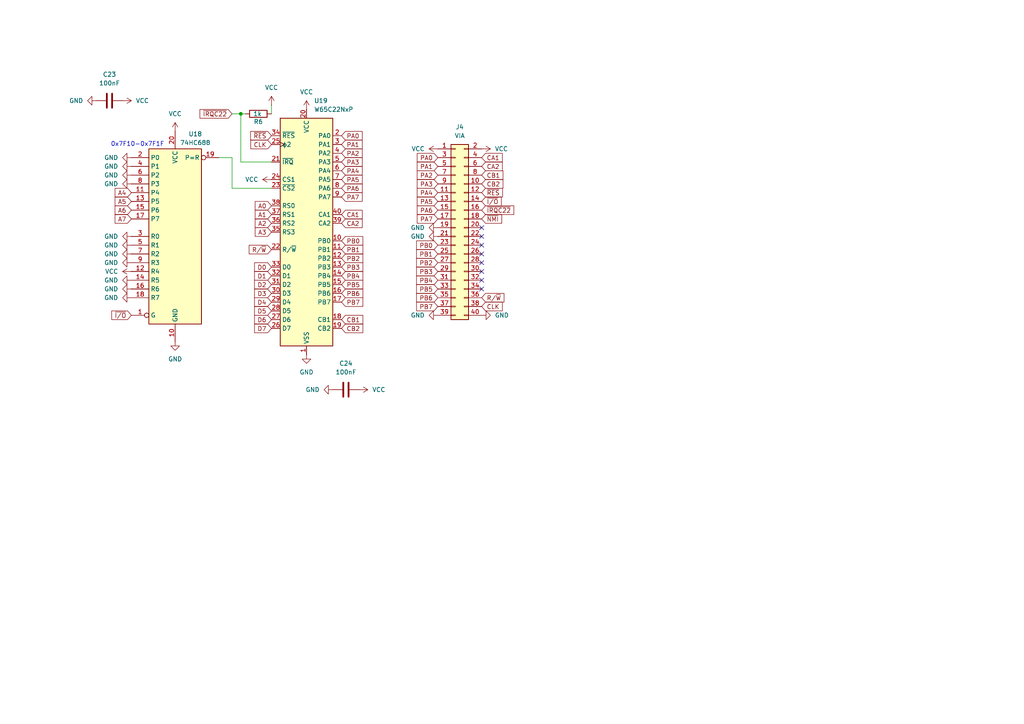
<source format=kicad_sch>
(kicad_sch
	(version 20231120)
	(generator "eeschema")
	(generator_version "8.0")
	(uuid "13157746-176b-4d19-8651-4e31696aa7eb")
	(paper "A4")
	(title_block
		(title "ByteCradle 6502 - Versatile Interface Adapter")
		(date "2025-01-25")
		(rev "rev1")
	)
	(lib_symbols
		(symbol "65xx-library:W65C22NxP"
			(exclude_from_sim no)
			(in_bom yes)
			(on_board yes)
			(property "Reference" "U"
				(at 2.54 38.1 0)
				(effects
					(font
						(size 1.27 1.27)
					)
					(justify left)
				)
			)
			(property "Value" "W65C22NxP"
				(at 2.54 35.56 0)
				(effects
					(font
						(size 1.27 1.27)
					)
					(justify left)
				)
			)
			(property "Footprint" "Package_DIP:DIP-40_W15.24mm"
				(at 0 48.26 0)
				(effects
					(font
						(size 1.27 1.27)
					)
					(hide yes)
				)
			)
			(property "Datasheet" "http://www.westerndesigncenter.com/wdc/documentation/w65c22.pdf"
				(at 0 45.72 0)
				(effects
					(font
						(size 1.27 1.27)
					)
					(hide yes)
				)
			)
			(property "Description" "CMOS Versatile Interface Adapter (VIA), 20-pin I/O, 2 Timer/Counters, NMOS-Compatible, DIP-40"
				(at 0 0 0)
				(effects
					(font
						(size 1.27 1.27)
					)
					(hide yes)
				)
			)
			(property "ki_keywords" "6522 65C22 VIA I/O"
				(at 0 0 0)
				(effects
					(font
						(size 1.27 1.27)
					)
					(hide yes)
				)
			)
			(property "ki_fp_filters" "DIP*W15.24mm*"
				(at 0 0 0)
				(effects
					(font
						(size 1.27 1.27)
					)
					(hide yes)
				)
			)
			(symbol "W65C22NxP_0_1"
				(rectangle
					(start -7.62 33.02)
					(end 7.62 -33.02)
					(stroke
						(width 0.254)
						(type default)
					)
					(fill
						(type background)
					)
				)
			)
			(symbol "W65C22NxP_1_1"
				(pin power_in line
					(at 0 -35.56 90)
					(length 2.54)
					(name "VSS"
						(effects
							(font
								(size 1.27 1.27)
							)
						)
					)
					(number "1"
						(effects
							(font
								(size 1.27 1.27)
							)
						)
					)
				)
				(pin bidirectional line
					(at 10.16 -2.54 180)
					(length 2.54)
					(name "PB0"
						(effects
							(font
								(size 1.27 1.27)
							)
						)
					)
					(number "10"
						(effects
							(font
								(size 1.27 1.27)
							)
						)
					)
				)
				(pin bidirectional line
					(at 10.16 -5.08 180)
					(length 2.54)
					(name "PB1"
						(effects
							(font
								(size 1.27 1.27)
							)
						)
					)
					(number "11"
						(effects
							(font
								(size 1.27 1.27)
							)
						)
					)
				)
				(pin bidirectional line
					(at 10.16 -7.62 180)
					(length 2.54)
					(name "PB2"
						(effects
							(font
								(size 1.27 1.27)
							)
						)
					)
					(number "12"
						(effects
							(font
								(size 1.27 1.27)
							)
						)
					)
				)
				(pin bidirectional line
					(at 10.16 -10.16 180)
					(length 2.54)
					(name "PB3"
						(effects
							(font
								(size 1.27 1.27)
							)
						)
					)
					(number "13"
						(effects
							(font
								(size 1.27 1.27)
							)
						)
					)
				)
				(pin bidirectional line
					(at 10.16 -12.7 180)
					(length 2.54)
					(name "PB4"
						(effects
							(font
								(size 1.27 1.27)
							)
						)
					)
					(number "14"
						(effects
							(font
								(size 1.27 1.27)
							)
						)
					)
				)
				(pin bidirectional line
					(at 10.16 -15.24 180)
					(length 2.54)
					(name "PB5"
						(effects
							(font
								(size 1.27 1.27)
							)
						)
					)
					(number "15"
						(effects
							(font
								(size 1.27 1.27)
							)
						)
					)
				)
				(pin bidirectional line
					(at 10.16 -17.78 180)
					(length 2.54)
					(name "PB6"
						(effects
							(font
								(size 1.27 1.27)
							)
						)
					)
					(number "16"
						(effects
							(font
								(size 1.27 1.27)
							)
						)
					)
				)
				(pin bidirectional line
					(at 10.16 -20.32 180)
					(length 2.54)
					(name "PB7"
						(effects
							(font
								(size 1.27 1.27)
							)
						)
					)
					(number "17"
						(effects
							(font
								(size 1.27 1.27)
							)
						)
					)
				)
				(pin input line
					(at 10.16 -25.4 180)
					(length 2.54)
					(name "CB1"
						(effects
							(font
								(size 1.27 1.27)
							)
						)
					)
					(number "18"
						(effects
							(font
								(size 1.27 1.27)
							)
						)
					)
				)
				(pin bidirectional line
					(at 10.16 -27.94 180)
					(length 2.54)
					(name "CB2"
						(effects
							(font
								(size 1.27 1.27)
							)
						)
					)
					(number "19"
						(effects
							(font
								(size 1.27 1.27)
							)
						)
					)
				)
				(pin bidirectional line
					(at 10.16 27.94 180)
					(length 2.54)
					(name "PA0"
						(effects
							(font
								(size 1.27 1.27)
							)
						)
					)
					(number "2"
						(effects
							(font
								(size 1.27 1.27)
							)
						)
					)
				)
				(pin power_in line
					(at 0 35.56 270)
					(length 2.54)
					(name "VCC"
						(effects
							(font
								(size 1.27 1.27)
							)
						)
					)
					(number "20"
						(effects
							(font
								(size 1.27 1.27)
							)
						)
					)
				)
				(pin open_collector line
					(at -10.16 20.32 0)
					(length 2.54)
					(name "~{IRQ}"
						(effects
							(font
								(size 1.27 1.27)
							)
						)
					)
					(number "21"
						(effects
							(font
								(size 1.27 1.27)
							)
						)
					)
				)
				(pin input line
					(at -10.16 -5.08 0)
					(length 2.54)
					(name "R/~{W}"
						(effects
							(font
								(size 1.27 1.27)
							)
						)
					)
					(number "22"
						(effects
							(font
								(size 1.27 1.27)
							)
						)
					)
				)
				(pin input line
					(at -10.16 12.7 0)
					(length 2.54)
					(name "~{CS2}"
						(effects
							(font
								(size 1.27 1.27)
							)
						)
					)
					(number "23"
						(effects
							(font
								(size 1.27 1.27)
							)
						)
					)
				)
				(pin input line
					(at -10.16 15.24 0)
					(length 2.54)
					(name "CS1"
						(effects
							(font
								(size 1.27 1.27)
							)
						)
					)
					(number "24"
						(effects
							(font
								(size 1.27 1.27)
							)
						)
					)
				)
				(pin input clock
					(at -10.16 25.4 0)
					(length 2.54)
					(name "ϕ2"
						(effects
							(font
								(size 1.27 1.27)
							)
						)
					)
					(number "25"
						(effects
							(font
								(size 1.27 1.27)
							)
						)
					)
				)
				(pin bidirectional line
					(at -10.16 -27.94 0)
					(length 2.54)
					(name "D7"
						(effects
							(font
								(size 1.27 1.27)
							)
						)
					)
					(number "26"
						(effects
							(font
								(size 1.27 1.27)
							)
						)
					)
				)
				(pin bidirectional line
					(at -10.16 -25.4 0)
					(length 2.54)
					(name "D6"
						(effects
							(font
								(size 1.27 1.27)
							)
						)
					)
					(number "27"
						(effects
							(font
								(size 1.27 1.27)
							)
						)
					)
				)
				(pin bidirectional line
					(at -10.16 -22.86 0)
					(length 2.54)
					(name "D5"
						(effects
							(font
								(size 1.27 1.27)
							)
						)
					)
					(number "28"
						(effects
							(font
								(size 1.27 1.27)
							)
						)
					)
				)
				(pin bidirectional line
					(at -10.16 -20.32 0)
					(length 2.54)
					(name "D4"
						(effects
							(font
								(size 1.27 1.27)
							)
						)
					)
					(number "29"
						(effects
							(font
								(size 1.27 1.27)
							)
						)
					)
				)
				(pin bidirectional line
					(at 10.16 25.4 180)
					(length 2.54)
					(name "PA1"
						(effects
							(font
								(size 1.27 1.27)
							)
						)
					)
					(number "3"
						(effects
							(font
								(size 1.27 1.27)
							)
						)
					)
				)
				(pin bidirectional line
					(at -10.16 -17.78 0)
					(length 2.54)
					(name "D3"
						(effects
							(font
								(size 1.27 1.27)
							)
						)
					)
					(number "30"
						(effects
							(font
								(size 1.27 1.27)
							)
						)
					)
				)
				(pin bidirectional line
					(at -10.16 -15.24 0)
					(length 2.54)
					(name "D2"
						(effects
							(font
								(size 1.27 1.27)
							)
						)
					)
					(number "31"
						(effects
							(font
								(size 1.27 1.27)
							)
						)
					)
				)
				(pin bidirectional line
					(at -10.16 -12.7 0)
					(length 2.54)
					(name "D1"
						(effects
							(font
								(size 1.27 1.27)
							)
						)
					)
					(number "32"
						(effects
							(font
								(size 1.27 1.27)
							)
						)
					)
				)
				(pin bidirectional line
					(at -10.16 -10.16 0)
					(length 2.54)
					(name "D0"
						(effects
							(font
								(size 1.27 1.27)
							)
						)
					)
					(number "33"
						(effects
							(font
								(size 1.27 1.27)
							)
						)
					)
				)
				(pin input line
					(at -10.16 27.94 0)
					(length 2.54)
					(name "~{RES}"
						(effects
							(font
								(size 1.27 1.27)
							)
						)
					)
					(number "34"
						(effects
							(font
								(size 1.27 1.27)
							)
						)
					)
				)
				(pin input line
					(at -10.16 0 0)
					(length 2.54)
					(name "RS3"
						(effects
							(font
								(size 1.27 1.27)
							)
						)
					)
					(number "35"
						(effects
							(font
								(size 1.27 1.27)
							)
						)
					)
				)
				(pin input line
					(at -10.16 2.54 0)
					(length 2.54)
					(name "RS2"
						(effects
							(font
								(size 1.27 1.27)
							)
						)
					)
					(number "36"
						(effects
							(font
								(size 1.27 1.27)
							)
						)
					)
				)
				(pin input line
					(at -10.16 5.08 0)
					(length 2.54)
					(name "RS1"
						(effects
							(font
								(size 1.27 1.27)
							)
						)
					)
					(number "37"
						(effects
							(font
								(size 1.27 1.27)
							)
						)
					)
				)
				(pin input line
					(at -10.16 7.62 0)
					(length 2.54)
					(name "RS0"
						(effects
							(font
								(size 1.27 1.27)
							)
						)
					)
					(number "38"
						(effects
							(font
								(size 1.27 1.27)
							)
						)
					)
				)
				(pin bidirectional line
					(at 10.16 2.54 180)
					(length 2.54)
					(name "CA2"
						(effects
							(font
								(size 1.27 1.27)
							)
						)
					)
					(number "39"
						(effects
							(font
								(size 1.27 1.27)
							)
						)
					)
				)
				(pin bidirectional line
					(at 10.16 22.86 180)
					(length 2.54)
					(name "PA2"
						(effects
							(font
								(size 1.27 1.27)
							)
						)
					)
					(number "4"
						(effects
							(font
								(size 1.27 1.27)
							)
						)
					)
				)
				(pin input line
					(at 10.16 5.08 180)
					(length 2.54)
					(name "CA1"
						(effects
							(font
								(size 1.27 1.27)
							)
						)
					)
					(number "40"
						(effects
							(font
								(size 1.27 1.27)
							)
						)
					)
				)
				(pin bidirectional line
					(at 10.16 20.32 180)
					(length 2.54)
					(name "PA3"
						(effects
							(font
								(size 1.27 1.27)
							)
						)
					)
					(number "5"
						(effects
							(font
								(size 1.27 1.27)
							)
						)
					)
				)
				(pin bidirectional line
					(at 10.16 17.78 180)
					(length 2.54)
					(name "PA4"
						(effects
							(font
								(size 1.27 1.27)
							)
						)
					)
					(number "6"
						(effects
							(font
								(size 1.27 1.27)
							)
						)
					)
				)
				(pin bidirectional line
					(at 10.16 15.24 180)
					(length 2.54)
					(name "PA5"
						(effects
							(font
								(size 1.27 1.27)
							)
						)
					)
					(number "7"
						(effects
							(font
								(size 1.27 1.27)
							)
						)
					)
				)
				(pin bidirectional line
					(at 10.16 12.7 180)
					(length 2.54)
					(name "PA6"
						(effects
							(font
								(size 1.27 1.27)
							)
						)
					)
					(number "8"
						(effects
							(font
								(size 1.27 1.27)
							)
						)
					)
				)
				(pin bidirectional line
					(at 10.16 10.16 180)
					(length 2.54)
					(name "PA7"
						(effects
							(font
								(size 1.27 1.27)
							)
						)
					)
					(number "9"
						(effects
							(font
								(size 1.27 1.27)
							)
						)
					)
				)
			)
		)
		(symbol "74xx:74HC688"
			(exclude_from_sim no)
			(in_bom yes)
			(on_board yes)
			(property "Reference" "U"
				(at -7.62 26.67 0)
				(effects
					(font
						(size 1.27 1.27)
					)
				)
			)
			(property "Value" "74HC688"
				(at -7.62 -26.67 0)
				(effects
					(font
						(size 1.27 1.27)
					)
				)
			)
			(property "Footprint" ""
				(at 0 0 0)
				(effects
					(font
						(size 1.27 1.27)
					)
					(hide yes)
				)
			)
			(property "Datasheet" "https://www.ti.com/lit/ds/symlink/cd54hc688.pdf"
				(at 0 0 0)
				(effects
					(font
						(size 1.27 1.27)
					)
					(hide yes)
				)
			)
			(property "Description" "8-bit magnitude comparator"
				(at 0 0 0)
				(effects
					(font
						(size 1.27 1.27)
					)
					(hide yes)
				)
			)
			(property "ki_keywords" "HCMOS DECOD Arith"
				(at 0 0 0)
				(effects
					(font
						(size 1.27 1.27)
					)
					(hide yes)
				)
			)
			(property "ki_fp_filters" "DIP?20* SOIC?20* SO?20* TSSOP?20*"
				(at 0 0 0)
				(effects
					(font
						(size 1.27 1.27)
					)
					(hide yes)
				)
			)
			(symbol "74HC688_1_0"
				(pin input inverted
					(at -12.7 -22.86 0)
					(length 5.08)
					(name "G"
						(effects
							(font
								(size 1.27 1.27)
							)
						)
					)
					(number "1"
						(effects
							(font
								(size 1.27 1.27)
							)
						)
					)
				)
				(pin power_in line
					(at 0 -30.48 90)
					(length 5.08)
					(name "GND"
						(effects
							(font
								(size 1.27 1.27)
							)
						)
					)
					(number "10"
						(effects
							(font
								(size 1.27 1.27)
							)
						)
					)
				)
				(pin input line
					(at -12.7 12.7 0)
					(length 5.08)
					(name "P4"
						(effects
							(font
								(size 1.27 1.27)
							)
						)
					)
					(number "11"
						(effects
							(font
								(size 1.27 1.27)
							)
						)
					)
				)
				(pin input line
					(at -12.7 -10.16 0)
					(length 5.08)
					(name "R4"
						(effects
							(font
								(size 1.27 1.27)
							)
						)
					)
					(number "12"
						(effects
							(font
								(size 1.27 1.27)
							)
						)
					)
				)
				(pin input line
					(at -12.7 10.16 0)
					(length 5.08)
					(name "P5"
						(effects
							(font
								(size 1.27 1.27)
							)
						)
					)
					(number "13"
						(effects
							(font
								(size 1.27 1.27)
							)
						)
					)
				)
				(pin input line
					(at -12.7 -12.7 0)
					(length 5.08)
					(name "R5"
						(effects
							(font
								(size 1.27 1.27)
							)
						)
					)
					(number "14"
						(effects
							(font
								(size 1.27 1.27)
							)
						)
					)
				)
				(pin input line
					(at -12.7 7.62 0)
					(length 5.08)
					(name "P6"
						(effects
							(font
								(size 1.27 1.27)
							)
						)
					)
					(number "15"
						(effects
							(font
								(size 1.27 1.27)
							)
						)
					)
				)
				(pin input line
					(at -12.7 -15.24 0)
					(length 5.08)
					(name "R6"
						(effects
							(font
								(size 1.27 1.27)
							)
						)
					)
					(number "16"
						(effects
							(font
								(size 1.27 1.27)
							)
						)
					)
				)
				(pin input line
					(at -12.7 5.08 0)
					(length 5.08)
					(name "P7"
						(effects
							(font
								(size 1.27 1.27)
							)
						)
					)
					(number "17"
						(effects
							(font
								(size 1.27 1.27)
							)
						)
					)
				)
				(pin input line
					(at -12.7 -17.78 0)
					(length 5.08)
					(name "R7"
						(effects
							(font
								(size 1.27 1.27)
							)
						)
					)
					(number "18"
						(effects
							(font
								(size 1.27 1.27)
							)
						)
					)
				)
				(pin output inverted
					(at 12.7 22.86 180)
					(length 5.08)
					(name "P=R"
						(effects
							(font
								(size 1.27 1.27)
							)
						)
					)
					(number "19"
						(effects
							(font
								(size 1.27 1.27)
							)
						)
					)
				)
				(pin input line
					(at -12.7 22.86 0)
					(length 5.08)
					(name "P0"
						(effects
							(font
								(size 1.27 1.27)
							)
						)
					)
					(number "2"
						(effects
							(font
								(size 1.27 1.27)
							)
						)
					)
				)
				(pin power_in line
					(at 0 30.48 270)
					(length 5.08)
					(name "VCC"
						(effects
							(font
								(size 1.27 1.27)
							)
						)
					)
					(number "20"
						(effects
							(font
								(size 1.27 1.27)
							)
						)
					)
				)
				(pin input line
					(at -12.7 0 0)
					(length 5.08)
					(name "R0"
						(effects
							(font
								(size 1.27 1.27)
							)
						)
					)
					(number "3"
						(effects
							(font
								(size 1.27 1.27)
							)
						)
					)
				)
				(pin input line
					(at -12.7 20.32 0)
					(length 5.08)
					(name "P1"
						(effects
							(font
								(size 1.27 1.27)
							)
						)
					)
					(number "4"
						(effects
							(font
								(size 1.27 1.27)
							)
						)
					)
				)
				(pin input line
					(at -12.7 -2.54 0)
					(length 5.08)
					(name "R1"
						(effects
							(font
								(size 1.27 1.27)
							)
						)
					)
					(number "5"
						(effects
							(font
								(size 1.27 1.27)
							)
						)
					)
				)
				(pin input line
					(at -12.7 17.78 0)
					(length 5.08)
					(name "P2"
						(effects
							(font
								(size 1.27 1.27)
							)
						)
					)
					(number "6"
						(effects
							(font
								(size 1.27 1.27)
							)
						)
					)
				)
				(pin input line
					(at -12.7 -5.08 0)
					(length 5.08)
					(name "R2"
						(effects
							(font
								(size 1.27 1.27)
							)
						)
					)
					(number "7"
						(effects
							(font
								(size 1.27 1.27)
							)
						)
					)
				)
				(pin input line
					(at -12.7 15.24 0)
					(length 5.08)
					(name "P3"
						(effects
							(font
								(size 1.27 1.27)
							)
						)
					)
					(number "8"
						(effects
							(font
								(size 1.27 1.27)
							)
						)
					)
				)
				(pin input line
					(at -12.7 -7.62 0)
					(length 5.08)
					(name "R3"
						(effects
							(font
								(size 1.27 1.27)
							)
						)
					)
					(number "9"
						(effects
							(font
								(size 1.27 1.27)
							)
						)
					)
				)
			)
			(symbol "74HC688_1_1"
				(rectangle
					(start -7.62 25.4)
					(end 7.62 -25.4)
					(stroke
						(width 0.254)
						(type default)
					)
					(fill
						(type background)
					)
				)
			)
		)
		(symbol "Connector_Generic:Conn_02x20_Odd_Even"
			(pin_names
				(offset 1.016) hide)
			(exclude_from_sim no)
			(in_bom yes)
			(on_board yes)
			(property "Reference" "J"
				(at 1.27 25.4 0)
				(effects
					(font
						(size 1.27 1.27)
					)
				)
			)
			(property "Value" "Conn_02x20_Odd_Even"
				(at 1.27 -27.94 0)
				(effects
					(font
						(size 1.27 1.27)
					)
				)
			)
			(property "Footprint" ""
				(at 0 0 0)
				(effects
					(font
						(size 1.27 1.27)
					)
					(hide yes)
				)
			)
			(property "Datasheet" "~"
				(at 0 0 0)
				(effects
					(font
						(size 1.27 1.27)
					)
					(hide yes)
				)
			)
			(property "Description" "Generic connector, double row, 02x20, odd/even pin numbering scheme (row 1 odd numbers, row 2 even numbers), script generated (kicad-library-utils/schlib/autogen/connector/)"
				(at 0 0 0)
				(effects
					(font
						(size 1.27 1.27)
					)
					(hide yes)
				)
			)
			(property "ki_keywords" "connector"
				(at 0 0 0)
				(effects
					(font
						(size 1.27 1.27)
					)
					(hide yes)
				)
			)
			(property "ki_fp_filters" "Connector*:*_2x??_*"
				(at 0 0 0)
				(effects
					(font
						(size 1.27 1.27)
					)
					(hide yes)
				)
			)
			(symbol "Conn_02x20_Odd_Even_1_1"
				(rectangle
					(start -1.27 -25.273)
					(end 0 -25.527)
					(stroke
						(width 0.1524)
						(type default)
					)
					(fill
						(type none)
					)
				)
				(rectangle
					(start -1.27 -22.733)
					(end 0 -22.987)
					(stroke
						(width 0.1524)
						(type default)
					)
					(fill
						(type none)
					)
				)
				(rectangle
					(start -1.27 -20.193)
					(end 0 -20.447)
					(stroke
						(width 0.1524)
						(type default)
					)
					(fill
						(type none)
					)
				)
				(rectangle
					(start -1.27 -17.653)
					(end 0 -17.907)
					(stroke
						(width 0.1524)
						(type default)
					)
					(fill
						(type none)
					)
				)
				(rectangle
					(start -1.27 -15.113)
					(end 0 -15.367)
					(stroke
						(width 0.1524)
						(type default)
					)
					(fill
						(type none)
					)
				)
				(rectangle
					(start -1.27 -12.573)
					(end 0 -12.827)
					(stroke
						(width 0.1524)
						(type default)
					)
					(fill
						(type none)
					)
				)
				(rectangle
					(start -1.27 -10.033)
					(end 0 -10.287)
					(stroke
						(width 0.1524)
						(type default)
					)
					(fill
						(type none)
					)
				)
				(rectangle
					(start -1.27 -7.493)
					(end 0 -7.747)
					(stroke
						(width 0.1524)
						(type default)
					)
					(fill
						(type none)
					)
				)
				(rectangle
					(start -1.27 -4.953)
					(end 0 -5.207)
					(stroke
						(width 0.1524)
						(type default)
					)
					(fill
						(type none)
					)
				)
				(rectangle
					(start -1.27 -2.413)
					(end 0 -2.667)
					(stroke
						(width 0.1524)
						(type default)
					)
					(fill
						(type none)
					)
				)
				(rectangle
					(start -1.27 0.127)
					(end 0 -0.127)
					(stroke
						(width 0.1524)
						(type default)
					)
					(fill
						(type none)
					)
				)
				(rectangle
					(start -1.27 2.667)
					(end 0 2.413)
					(stroke
						(width 0.1524)
						(type default)
					)
					(fill
						(type none)
					)
				)
				(rectangle
					(start -1.27 5.207)
					(end 0 4.953)
					(stroke
						(width 0.1524)
						(type default)
					)
					(fill
						(type none)
					)
				)
				(rectangle
					(start -1.27 7.747)
					(end 0 7.493)
					(stroke
						(width 0.1524)
						(type default)
					)
					(fill
						(type none)
					)
				)
				(rectangle
					(start -1.27 10.287)
					(end 0 10.033)
					(stroke
						(width 0.1524)
						(type default)
					)
					(fill
						(type none)
					)
				)
				(rectangle
					(start -1.27 12.827)
					(end 0 12.573)
					(stroke
						(width 0.1524)
						(type default)
					)
					(fill
						(type none)
					)
				)
				(rectangle
					(start -1.27 15.367)
					(end 0 15.113)
					(stroke
						(width 0.1524)
						(type default)
					)
					(fill
						(type none)
					)
				)
				(rectangle
					(start -1.27 17.907)
					(end 0 17.653)
					(stroke
						(width 0.1524)
						(type default)
					)
					(fill
						(type none)
					)
				)
				(rectangle
					(start -1.27 20.447)
					(end 0 20.193)
					(stroke
						(width 0.1524)
						(type default)
					)
					(fill
						(type none)
					)
				)
				(rectangle
					(start -1.27 22.987)
					(end 0 22.733)
					(stroke
						(width 0.1524)
						(type default)
					)
					(fill
						(type none)
					)
				)
				(rectangle
					(start -1.27 24.13)
					(end 3.81 -26.67)
					(stroke
						(width 0.254)
						(type default)
					)
					(fill
						(type background)
					)
				)
				(rectangle
					(start 3.81 -25.273)
					(end 2.54 -25.527)
					(stroke
						(width 0.1524)
						(type default)
					)
					(fill
						(type none)
					)
				)
				(rectangle
					(start 3.81 -22.733)
					(end 2.54 -22.987)
					(stroke
						(width 0.1524)
						(type default)
					)
					(fill
						(type none)
					)
				)
				(rectangle
					(start 3.81 -20.193)
					(end 2.54 -20.447)
					(stroke
						(width 0.1524)
						(type default)
					)
					(fill
						(type none)
					)
				)
				(rectangle
					(start 3.81 -17.653)
					(end 2.54 -17.907)
					(stroke
						(width 0.1524)
						(type default)
					)
					(fill
						(type none)
					)
				)
				(rectangle
					(start 3.81 -15.113)
					(end 2.54 -15.367)
					(stroke
						(width 0.1524)
						(type default)
					)
					(fill
						(type none)
					)
				)
				(rectangle
					(start 3.81 -12.573)
					(end 2.54 -12.827)
					(stroke
						(width 0.1524)
						(type default)
					)
					(fill
						(type none)
					)
				)
				(rectangle
					(start 3.81 -10.033)
					(end 2.54 -10.287)
					(stroke
						(width 0.1524)
						(type default)
					)
					(fill
						(type none)
					)
				)
				(rectangle
					(start 3.81 -7.493)
					(end 2.54 -7.747)
					(stroke
						(width 0.1524)
						(type default)
					)
					(fill
						(type none)
					)
				)
				(rectangle
					(start 3.81 -4.953)
					(end 2.54 -5.207)
					(stroke
						(width 0.1524)
						(type default)
					)
					(fill
						(type none)
					)
				)
				(rectangle
					(start 3.81 -2.413)
					(end 2.54 -2.667)
					(stroke
						(width 0.1524)
						(type default)
					)
					(fill
						(type none)
					)
				)
				(rectangle
					(start 3.81 0.127)
					(end 2.54 -0.127)
					(stroke
						(width 0.1524)
						(type default)
					)
					(fill
						(type none)
					)
				)
				(rectangle
					(start 3.81 2.667)
					(end 2.54 2.413)
					(stroke
						(width 0.1524)
						(type default)
					)
					(fill
						(type none)
					)
				)
				(rectangle
					(start 3.81 5.207)
					(end 2.54 4.953)
					(stroke
						(width 0.1524)
						(type default)
					)
					(fill
						(type none)
					)
				)
				(rectangle
					(start 3.81 7.747)
					(end 2.54 7.493)
					(stroke
						(width 0.1524)
						(type default)
					)
					(fill
						(type none)
					)
				)
				(rectangle
					(start 3.81 10.287)
					(end 2.54 10.033)
					(stroke
						(width 0.1524)
						(type default)
					)
					(fill
						(type none)
					)
				)
				(rectangle
					(start 3.81 12.827)
					(end 2.54 12.573)
					(stroke
						(width 0.1524)
						(type default)
					)
					(fill
						(type none)
					)
				)
				(rectangle
					(start 3.81 15.367)
					(end 2.54 15.113)
					(stroke
						(width 0.1524)
						(type default)
					)
					(fill
						(type none)
					)
				)
				(rectangle
					(start 3.81 17.907)
					(end 2.54 17.653)
					(stroke
						(width 0.1524)
						(type default)
					)
					(fill
						(type none)
					)
				)
				(rectangle
					(start 3.81 20.447)
					(end 2.54 20.193)
					(stroke
						(width 0.1524)
						(type default)
					)
					(fill
						(type none)
					)
				)
				(rectangle
					(start 3.81 22.987)
					(end 2.54 22.733)
					(stroke
						(width 0.1524)
						(type default)
					)
					(fill
						(type none)
					)
				)
				(pin passive line
					(at -5.08 22.86 0)
					(length 3.81)
					(name "Pin_1"
						(effects
							(font
								(size 1.27 1.27)
							)
						)
					)
					(number "1"
						(effects
							(font
								(size 1.27 1.27)
							)
						)
					)
				)
				(pin passive line
					(at 7.62 12.7 180)
					(length 3.81)
					(name "Pin_10"
						(effects
							(font
								(size 1.27 1.27)
							)
						)
					)
					(number "10"
						(effects
							(font
								(size 1.27 1.27)
							)
						)
					)
				)
				(pin passive line
					(at -5.08 10.16 0)
					(length 3.81)
					(name "Pin_11"
						(effects
							(font
								(size 1.27 1.27)
							)
						)
					)
					(number "11"
						(effects
							(font
								(size 1.27 1.27)
							)
						)
					)
				)
				(pin passive line
					(at 7.62 10.16 180)
					(length 3.81)
					(name "Pin_12"
						(effects
							(font
								(size 1.27 1.27)
							)
						)
					)
					(number "12"
						(effects
							(font
								(size 1.27 1.27)
							)
						)
					)
				)
				(pin passive line
					(at -5.08 7.62 0)
					(length 3.81)
					(name "Pin_13"
						(effects
							(font
								(size 1.27 1.27)
							)
						)
					)
					(number "13"
						(effects
							(font
								(size 1.27 1.27)
							)
						)
					)
				)
				(pin passive line
					(at 7.62 7.62 180)
					(length 3.81)
					(name "Pin_14"
						(effects
							(font
								(size 1.27 1.27)
							)
						)
					)
					(number "14"
						(effects
							(font
								(size 1.27 1.27)
							)
						)
					)
				)
				(pin passive line
					(at -5.08 5.08 0)
					(length 3.81)
					(name "Pin_15"
						(effects
							(font
								(size 1.27 1.27)
							)
						)
					)
					(number "15"
						(effects
							(font
								(size 1.27 1.27)
							)
						)
					)
				)
				(pin passive line
					(at 7.62 5.08 180)
					(length 3.81)
					(name "Pin_16"
						(effects
							(font
								(size 1.27 1.27)
							)
						)
					)
					(number "16"
						(effects
							(font
								(size 1.27 1.27)
							)
						)
					)
				)
				(pin passive line
					(at -5.08 2.54 0)
					(length 3.81)
					(name "Pin_17"
						(effects
							(font
								(size 1.27 1.27)
							)
						)
					)
					(number "17"
						(effects
							(font
								(size 1.27 1.27)
							)
						)
					)
				)
				(pin passive line
					(at 7.62 2.54 180)
					(length 3.81)
					(name "Pin_18"
						(effects
							(font
								(size 1.27 1.27)
							)
						)
					)
					(number "18"
						(effects
							(font
								(size 1.27 1.27)
							)
						)
					)
				)
				(pin passive line
					(at -5.08 0 0)
					(length 3.81)
					(name "Pin_19"
						(effects
							(font
								(size 1.27 1.27)
							)
						)
					)
					(number "19"
						(effects
							(font
								(size 1.27 1.27)
							)
						)
					)
				)
				(pin passive line
					(at 7.62 22.86 180)
					(length 3.81)
					(name "Pin_2"
						(effects
							(font
								(size 1.27 1.27)
							)
						)
					)
					(number "2"
						(effects
							(font
								(size 1.27 1.27)
							)
						)
					)
				)
				(pin passive line
					(at 7.62 0 180)
					(length 3.81)
					(name "Pin_20"
						(effects
							(font
								(size 1.27 1.27)
							)
						)
					)
					(number "20"
						(effects
							(font
								(size 1.27 1.27)
							)
						)
					)
				)
				(pin passive line
					(at -5.08 -2.54 0)
					(length 3.81)
					(name "Pin_21"
						(effects
							(font
								(size 1.27 1.27)
							)
						)
					)
					(number "21"
						(effects
							(font
								(size 1.27 1.27)
							)
						)
					)
				)
				(pin passive line
					(at 7.62 -2.54 180)
					(length 3.81)
					(name "Pin_22"
						(effects
							(font
								(size 1.27 1.27)
							)
						)
					)
					(number "22"
						(effects
							(font
								(size 1.27 1.27)
							)
						)
					)
				)
				(pin passive line
					(at -5.08 -5.08 0)
					(length 3.81)
					(name "Pin_23"
						(effects
							(font
								(size 1.27 1.27)
							)
						)
					)
					(number "23"
						(effects
							(font
								(size 1.27 1.27)
							)
						)
					)
				)
				(pin passive line
					(at 7.62 -5.08 180)
					(length 3.81)
					(name "Pin_24"
						(effects
							(font
								(size 1.27 1.27)
							)
						)
					)
					(number "24"
						(effects
							(font
								(size 1.27 1.27)
							)
						)
					)
				)
				(pin passive line
					(at -5.08 -7.62 0)
					(length 3.81)
					(name "Pin_25"
						(effects
							(font
								(size 1.27 1.27)
							)
						)
					)
					(number "25"
						(effects
							(font
								(size 1.27 1.27)
							)
						)
					)
				)
				(pin passive line
					(at 7.62 -7.62 180)
					(length 3.81)
					(name "Pin_26"
						(effects
							(font
								(size 1.27 1.27)
							)
						)
					)
					(number "26"
						(effects
							(font
								(size 1.27 1.27)
							)
						)
					)
				)
				(pin passive line
					(at -5.08 -10.16 0)
					(length 3.81)
					(name "Pin_27"
						(effects
							(font
								(size 1.27 1.27)
							)
						)
					)
					(number "27"
						(effects
							(font
								(size 1.27 1.27)
							)
						)
					)
				)
				(pin passive line
					(at 7.62 -10.16 180)
					(length 3.81)
					(name "Pin_28"
						(effects
							(font
								(size 1.27 1.27)
							)
						)
					)
					(number "28"
						(effects
							(font
								(size 1.27 1.27)
							)
						)
					)
				)
				(pin passive line
					(at -5.08 -12.7 0)
					(length 3.81)
					(name "Pin_29"
						(effects
							(font
								(size 1.27 1.27)
							)
						)
					)
					(number "29"
						(effects
							(font
								(size 1.27 1.27)
							)
						)
					)
				)
				(pin passive line
					(at -5.08 20.32 0)
					(length 3.81)
					(name "Pin_3"
						(effects
							(font
								(size 1.27 1.27)
							)
						)
					)
					(number "3"
						(effects
							(font
								(size 1.27 1.27)
							)
						)
					)
				)
				(pin passive line
					(at 7.62 -12.7 180)
					(length 3.81)
					(name "Pin_30"
						(effects
							(font
								(size 1.27 1.27)
							)
						)
					)
					(number "30"
						(effects
							(font
								(size 1.27 1.27)
							)
						)
					)
				)
				(pin passive line
					(at -5.08 -15.24 0)
					(length 3.81)
					(name "Pin_31"
						(effects
							(font
								(size 1.27 1.27)
							)
						)
					)
					(number "31"
						(effects
							(font
								(size 1.27 1.27)
							)
						)
					)
				)
				(pin passive line
					(at 7.62 -15.24 180)
					(length 3.81)
					(name "Pin_32"
						(effects
							(font
								(size 1.27 1.27)
							)
						)
					)
					(number "32"
						(effects
							(font
								(size 1.27 1.27)
							)
						)
					)
				)
				(pin passive line
					(at -5.08 -17.78 0)
					(length 3.81)
					(name "Pin_33"
						(effects
							(font
								(size 1.27 1.27)
							)
						)
					)
					(number "33"
						(effects
							(font
								(size 1.27 1.27)
							)
						)
					)
				)
				(pin passive line
					(at 7.62 -17.78 180)
					(length 3.81)
					(name "Pin_34"
						(effects
							(font
								(size 1.27 1.27)
							)
						)
					)
					(number "34"
						(effects
							(font
								(size 1.27 1.27)
							)
						)
					)
				)
				(pin passive line
					(at -5.08 -20.32 0)
					(length 3.81)
					(name "Pin_35"
						(effects
							(font
								(size 1.27 1.27)
							)
						)
					)
					(number "35"
						(effects
							(font
								(size 1.27 1.27)
							)
						)
					)
				)
				(pin passive line
					(at 7.62 -20.32 180)
					(length 3.81)
					(name "Pin_36"
						(effects
							(font
								(size 1.27 1.27)
							)
						)
					)
					(number "36"
						(effects
							(font
								(size 1.27 1.27)
							)
						)
					)
				)
				(pin passive line
					(at -5.08 -22.86 0)
					(length 3.81)
					(name "Pin_37"
						(effects
							(font
								(size 1.27 1.27)
							)
						)
					)
					(number "37"
						(effects
							(font
								(size 1.27 1.27)
							)
						)
					)
				)
				(pin passive line
					(at 7.62 -22.86 180)
					(length 3.81)
					(name "Pin_38"
						(effects
							(font
								(size 1.27 1.27)
							)
						)
					)
					(number "38"
						(effects
							(font
								(size 1.27 1.27)
							)
						)
					)
				)
				(pin passive line
					(at -5.08 -25.4 0)
					(length 3.81)
					(name "Pin_39"
						(effects
							(font
								(size 1.27 1.27)
							)
						)
					)
					(number "39"
						(effects
							(font
								(size 1.27 1.27)
							)
						)
					)
				)
				(pin passive line
					(at 7.62 20.32 180)
					(length 3.81)
					(name "Pin_4"
						(effects
							(font
								(size 1.27 1.27)
							)
						)
					)
					(number "4"
						(effects
							(font
								(size 1.27 1.27)
							)
						)
					)
				)
				(pin passive line
					(at 7.62 -25.4 180)
					(length 3.81)
					(name "Pin_40"
						(effects
							(font
								(size 1.27 1.27)
							)
						)
					)
					(number "40"
						(effects
							(font
								(size 1.27 1.27)
							)
						)
					)
				)
				(pin passive line
					(at -5.08 17.78 0)
					(length 3.81)
					(name "Pin_5"
						(effects
							(font
								(size 1.27 1.27)
							)
						)
					)
					(number "5"
						(effects
							(font
								(size 1.27 1.27)
							)
						)
					)
				)
				(pin passive line
					(at 7.62 17.78 180)
					(length 3.81)
					(name "Pin_6"
						(effects
							(font
								(size 1.27 1.27)
							)
						)
					)
					(number "6"
						(effects
							(font
								(size 1.27 1.27)
							)
						)
					)
				)
				(pin passive line
					(at -5.08 15.24 0)
					(length 3.81)
					(name "Pin_7"
						(effects
							(font
								(size 1.27 1.27)
							)
						)
					)
					(number "7"
						(effects
							(font
								(size 1.27 1.27)
							)
						)
					)
				)
				(pin passive line
					(at 7.62 15.24 180)
					(length 3.81)
					(name "Pin_8"
						(effects
							(font
								(size 1.27 1.27)
							)
						)
					)
					(number "8"
						(effects
							(font
								(size 1.27 1.27)
							)
						)
					)
				)
				(pin passive line
					(at -5.08 12.7 0)
					(length 3.81)
					(name "Pin_9"
						(effects
							(font
								(size 1.27 1.27)
							)
						)
					)
					(number "9"
						(effects
							(font
								(size 1.27 1.27)
							)
						)
					)
				)
			)
		)
		(symbol "Device:C"
			(pin_numbers hide)
			(pin_names
				(offset 0.254)
			)
			(exclude_from_sim no)
			(in_bom yes)
			(on_board yes)
			(property "Reference" "C"
				(at 0.635 2.54 0)
				(effects
					(font
						(size 1.27 1.27)
					)
					(justify left)
				)
			)
			(property "Value" "C"
				(at 0.635 -2.54 0)
				(effects
					(font
						(size 1.27 1.27)
					)
					(justify left)
				)
			)
			(property "Footprint" ""
				(at 0.9652 -3.81 0)
				(effects
					(font
						(size 1.27 1.27)
					)
					(hide yes)
				)
			)
			(property "Datasheet" "~"
				(at 0 0 0)
				(effects
					(font
						(size 1.27 1.27)
					)
					(hide yes)
				)
			)
			(property "Description" "Unpolarized capacitor"
				(at 0 0 0)
				(effects
					(font
						(size 1.27 1.27)
					)
					(hide yes)
				)
			)
			(property "ki_keywords" "cap capacitor"
				(at 0 0 0)
				(effects
					(font
						(size 1.27 1.27)
					)
					(hide yes)
				)
			)
			(property "ki_fp_filters" "C_*"
				(at 0 0 0)
				(effects
					(font
						(size 1.27 1.27)
					)
					(hide yes)
				)
			)
			(symbol "C_0_1"
				(polyline
					(pts
						(xy -2.032 -0.762) (xy 2.032 -0.762)
					)
					(stroke
						(width 0.508)
						(type default)
					)
					(fill
						(type none)
					)
				)
				(polyline
					(pts
						(xy -2.032 0.762) (xy 2.032 0.762)
					)
					(stroke
						(width 0.508)
						(type default)
					)
					(fill
						(type none)
					)
				)
			)
			(symbol "C_1_1"
				(pin passive line
					(at 0 3.81 270)
					(length 2.794)
					(name "~"
						(effects
							(font
								(size 1.27 1.27)
							)
						)
					)
					(number "1"
						(effects
							(font
								(size 1.27 1.27)
							)
						)
					)
				)
				(pin passive line
					(at 0 -3.81 90)
					(length 2.794)
					(name "~"
						(effects
							(font
								(size 1.27 1.27)
							)
						)
					)
					(number "2"
						(effects
							(font
								(size 1.27 1.27)
							)
						)
					)
				)
			)
		)
		(symbol "Device:R"
			(pin_numbers hide)
			(pin_names
				(offset 0)
			)
			(exclude_from_sim no)
			(in_bom yes)
			(on_board yes)
			(property "Reference" "R"
				(at 2.032 0 90)
				(effects
					(font
						(size 1.27 1.27)
					)
				)
			)
			(property "Value" "R"
				(at 0 0 90)
				(effects
					(font
						(size 1.27 1.27)
					)
				)
			)
			(property "Footprint" ""
				(at -1.778 0 90)
				(effects
					(font
						(size 1.27 1.27)
					)
					(hide yes)
				)
			)
			(property "Datasheet" "~"
				(at 0 0 0)
				(effects
					(font
						(size 1.27 1.27)
					)
					(hide yes)
				)
			)
			(property "Description" "Resistor"
				(at 0 0 0)
				(effects
					(font
						(size 1.27 1.27)
					)
					(hide yes)
				)
			)
			(property "ki_keywords" "R res resistor"
				(at 0 0 0)
				(effects
					(font
						(size 1.27 1.27)
					)
					(hide yes)
				)
			)
			(property "ki_fp_filters" "R_*"
				(at 0 0 0)
				(effects
					(font
						(size 1.27 1.27)
					)
					(hide yes)
				)
			)
			(symbol "R_0_1"
				(rectangle
					(start -1.016 -2.54)
					(end 1.016 2.54)
					(stroke
						(width 0.254)
						(type default)
					)
					(fill
						(type none)
					)
				)
			)
			(symbol "R_1_1"
				(pin passive line
					(at 0 3.81 270)
					(length 1.27)
					(name "~"
						(effects
							(font
								(size 1.27 1.27)
							)
						)
					)
					(number "1"
						(effects
							(font
								(size 1.27 1.27)
							)
						)
					)
				)
				(pin passive line
					(at 0 -3.81 90)
					(length 1.27)
					(name "~"
						(effects
							(font
								(size 1.27 1.27)
							)
						)
					)
					(number "2"
						(effects
							(font
								(size 1.27 1.27)
							)
						)
					)
				)
			)
		)
		(symbol "power:GND"
			(power)
			(pin_numbers hide)
			(pin_names
				(offset 0) hide)
			(exclude_from_sim no)
			(in_bom yes)
			(on_board yes)
			(property "Reference" "#PWR"
				(at 0 -6.35 0)
				(effects
					(font
						(size 1.27 1.27)
					)
					(hide yes)
				)
			)
			(property "Value" "GND"
				(at 0 -3.81 0)
				(effects
					(font
						(size 1.27 1.27)
					)
				)
			)
			(property "Footprint" ""
				(at 0 0 0)
				(effects
					(font
						(size 1.27 1.27)
					)
					(hide yes)
				)
			)
			(property "Datasheet" ""
				(at 0 0 0)
				(effects
					(font
						(size 1.27 1.27)
					)
					(hide yes)
				)
			)
			(property "Description" "Power symbol creates a global label with name \"GND\" , ground"
				(at 0 0 0)
				(effects
					(font
						(size 1.27 1.27)
					)
					(hide yes)
				)
			)
			(property "ki_keywords" "global power"
				(at 0 0 0)
				(effects
					(font
						(size 1.27 1.27)
					)
					(hide yes)
				)
			)
			(symbol "GND_0_1"
				(polyline
					(pts
						(xy 0 0) (xy 0 -1.27) (xy 1.27 -1.27) (xy 0 -2.54) (xy -1.27 -1.27) (xy 0 -1.27)
					)
					(stroke
						(width 0)
						(type default)
					)
					(fill
						(type none)
					)
				)
			)
			(symbol "GND_1_1"
				(pin power_in line
					(at 0 0 270)
					(length 0)
					(name "~"
						(effects
							(font
								(size 1.27 1.27)
							)
						)
					)
					(number "1"
						(effects
							(font
								(size 1.27 1.27)
							)
						)
					)
				)
			)
		)
		(symbol "power:VCC"
			(power)
			(pin_numbers hide)
			(pin_names
				(offset 0) hide)
			(exclude_from_sim no)
			(in_bom yes)
			(on_board yes)
			(property "Reference" "#PWR"
				(at 0 -3.81 0)
				(effects
					(font
						(size 1.27 1.27)
					)
					(hide yes)
				)
			)
			(property "Value" "VCC"
				(at 0 3.556 0)
				(effects
					(font
						(size 1.27 1.27)
					)
				)
			)
			(property "Footprint" ""
				(at 0 0 0)
				(effects
					(font
						(size 1.27 1.27)
					)
					(hide yes)
				)
			)
			(property "Datasheet" ""
				(at 0 0 0)
				(effects
					(font
						(size 1.27 1.27)
					)
					(hide yes)
				)
			)
			(property "Description" "Power symbol creates a global label with name \"VCC\""
				(at 0 0 0)
				(effects
					(font
						(size 1.27 1.27)
					)
					(hide yes)
				)
			)
			(property "ki_keywords" "global power"
				(at 0 0 0)
				(effects
					(font
						(size 1.27 1.27)
					)
					(hide yes)
				)
			)
			(symbol "VCC_0_1"
				(polyline
					(pts
						(xy -0.762 1.27) (xy 0 2.54)
					)
					(stroke
						(width 0)
						(type default)
					)
					(fill
						(type none)
					)
				)
				(polyline
					(pts
						(xy 0 0) (xy 0 2.54)
					)
					(stroke
						(width 0)
						(type default)
					)
					(fill
						(type none)
					)
				)
				(polyline
					(pts
						(xy 0 2.54) (xy 0.762 1.27)
					)
					(stroke
						(width 0)
						(type default)
					)
					(fill
						(type none)
					)
				)
			)
			(symbol "VCC_1_1"
				(pin power_in line
					(at 0 0 90)
					(length 0)
					(name "~"
						(effects
							(font
								(size 1.27 1.27)
							)
						)
					)
					(number "1"
						(effects
							(font
								(size 1.27 1.27)
							)
						)
					)
				)
			)
		)
	)
	(junction
		(at 69.85 33.02)
		(diameter 0)
		(color 0 0 0 0)
		(uuid "59a69a4e-edde-49a4-b129-37bcd16dbb93")
	)
	(no_connect
		(at 139.7 78.74)
		(uuid "1f763026-50f6-476a-b909-fd53ddc3c8b6")
	)
	(no_connect
		(at 139.7 76.2)
		(uuid "23b59593-6904-4a0d-8283-d69300469589")
	)
	(no_connect
		(at 139.7 73.66)
		(uuid "23e61eb7-df36-4b73-b243-3cba1e203413")
	)
	(no_connect
		(at 139.7 68.58)
		(uuid "24b1c345-42d7-4d17-bd3e-e54d481f4938")
	)
	(no_connect
		(at 139.7 71.12)
		(uuid "35f5f746-df08-4529-9e45-d4ce4d55a5ba")
	)
	(no_connect
		(at 139.7 66.04)
		(uuid "424adb6b-2bd8-473b-b194-a57f31e7e2e6")
	)
	(no_connect
		(at 139.7 83.82)
		(uuid "a1462007-1a01-43b1-ab3d-77c6719af41f")
	)
	(no_connect
		(at 139.7 81.28)
		(uuid "a540be9a-826f-4811-adc2-ed84ae538706")
	)
	(wire
		(pts
			(xy 67.31 33.02) (xy 69.85 33.02)
		)
		(stroke
			(width 0)
			(type default)
		)
		(uuid "14cdf30e-fec8-412e-970e-d80015eb7e98")
	)
	(wire
		(pts
			(xy 71.12 33.02) (xy 69.85 33.02)
		)
		(stroke
			(width 0)
			(type default)
		)
		(uuid "25269cf5-203e-4ad1-a9b5-6a6ec81ef8cb")
	)
	(wire
		(pts
			(xy 69.85 46.99) (xy 78.74 46.99)
		)
		(stroke
			(width 0)
			(type default)
		)
		(uuid "289941ae-c305-4a34-be6e-dfe6361a79b4")
	)
	(wire
		(pts
			(xy 67.31 45.72) (xy 67.31 54.61)
		)
		(stroke
			(width 0)
			(type default)
		)
		(uuid "3f0b8d66-3acf-45c6-a70b-61fea5cb4a9b")
	)
	(wire
		(pts
			(xy 69.85 33.02) (xy 69.85 46.99)
		)
		(stroke
			(width 0)
			(type default)
		)
		(uuid "44af8706-bb83-4b62-9b82-856ce868987c")
	)
	(wire
		(pts
			(xy 63.5 45.72) (xy 67.31 45.72)
		)
		(stroke
			(width 0)
			(type default)
		)
		(uuid "599db2e7-9937-43a1-b504-9f73aec0ae9e")
	)
	(wire
		(pts
			(xy 67.31 54.61) (xy 78.74 54.61)
		)
		(stroke
			(width 0)
			(type default)
		)
		(uuid "76dc6d98-7441-486e-b3f6-13edd2f5891a")
	)
	(wire
		(pts
			(xy 78.74 30.48) (xy 78.74 33.02)
		)
		(stroke
			(width 0)
			(type default)
		)
		(uuid "bab81019-f2f9-4023-a086-f74ea88be91f")
	)
	(text "0x7F10-0x7F1F"
		(exclude_from_sim no)
		(at 39.878 41.91 0)
		(effects
			(font
				(size 1.27 1.27)
			)
		)
		(uuid "10721ccc-ea1e-4ecc-9a3f-488e7df21db0")
	)
	(global_label "PB4"
		(shape input)
		(at 127 81.28 180)
		(fields_autoplaced yes)
		(effects
			(font
				(size 1.27 1.27)
			)
			(justify right)
		)
		(uuid "045627f6-4219-4c92-8071-35d732ab7a00")
		(property "Intersheetrefs" "${INTERSHEET_REFS}"
			(at 121.5353 81.28 0)
			(effects
				(font
					(size 1.27 1.27)
				)
				(justify right)
				(hide yes)
			)
		)
	)
	(global_label "PA0"
		(shape input)
		(at 99.06 39.37 0)
		(fields_autoplaced yes)
		(effects
			(font
				(size 1.27 1.27)
			)
			(justify left)
		)
		(uuid "0a043568-fe26-4bfe-9c5a-7f0f3c0b0d71")
		(property "Intersheetrefs" "${INTERSHEET_REFS}"
			(at 104.5247 39.37 0)
			(effects
				(font
					(size 1.27 1.27)
				)
				(justify left)
				(hide yes)
			)
		)
	)
	(global_label "PA1"
		(shape input)
		(at 127 48.26 180)
		(fields_autoplaced yes)
		(effects
			(font
				(size 1.27 1.27)
			)
			(justify right)
		)
		(uuid "0a8096d7-5968-4f12-a871-bd62f8b778a5")
		(property "Intersheetrefs" "${INTERSHEET_REFS}"
			(at 121.5353 48.26 0)
			(effects
				(font
					(size 1.27 1.27)
				)
				(justify right)
				(hide yes)
			)
		)
	)
	(global_label "PA7"
		(shape input)
		(at 127 63.5 180)
		(fields_autoplaced yes)
		(effects
			(font
				(size 1.27 1.27)
			)
			(justify right)
		)
		(uuid "0fb7f2e8-36c0-478f-ab49-66251c0f7f69")
		(property "Intersheetrefs" "${INTERSHEET_REFS}"
			(at 121.5353 63.5 0)
			(effects
				(font
					(size 1.27 1.27)
				)
				(justify right)
				(hide yes)
			)
		)
	)
	(global_label "~{I{slash}O}"
		(shape input)
		(at 139.7 58.42 0)
		(fields_autoplaced yes)
		(effects
			(font
				(size 1.27 1.27)
			)
			(justify left)
		)
		(uuid "131440de-1af5-4c53-8088-0d1b4efaaf92")
		(property "Intersheetrefs" "${INTERSHEET_REFS}"
			(at 145.951 58.42 0)
			(effects
				(font
					(size 1.27 1.27)
				)
				(justify left)
				(hide yes)
			)
		)
	)
	(global_label "PB6"
		(shape input)
		(at 99.06 85.09 0)
		(fields_autoplaced yes)
		(effects
			(font
				(size 1.27 1.27)
			)
			(justify left)
		)
		(uuid "159a3ef8-d108-4e65-810d-3fa1dae89dbf")
		(property "Intersheetrefs" "${INTERSHEET_REFS}"
			(at 104.5247 85.09 0)
			(effects
				(font
					(size 1.27 1.27)
				)
				(justify left)
				(hide yes)
			)
		)
	)
	(global_label "~{IRQC22}"
		(shape input)
		(at 67.31 33.02 180)
		(fields_autoplaced yes)
		(effects
			(font
				(size 1.27 1.27)
			)
			(justify right)
		)
		(uuid "1e1acb6d-4084-4ca2-9a3d-83cf20ad8a3f")
		(property "Intersheetrefs" "${INTERSHEET_REFS}"
			(at 57.4305 33.02 0)
			(effects
				(font
					(size 1.27 1.27)
				)
				(justify right)
				(hide yes)
			)
		)
	)
	(global_label "PA0"
		(shape input)
		(at 127 45.72 180)
		(fields_autoplaced yes)
		(effects
			(font
				(size 1.27 1.27)
			)
			(justify right)
		)
		(uuid "21f70c96-5d08-4bb7-bed0-fc57d3d77e0f")
		(property "Intersheetrefs" "${INTERSHEET_REFS}"
			(at 121.5353 45.72 0)
			(effects
				(font
					(size 1.27 1.27)
				)
				(justify right)
				(hide yes)
			)
		)
	)
	(global_label "~{RES}"
		(shape input)
		(at 78.74 39.37 180)
		(fields_autoplaced yes)
		(effects
			(font
				(size 1.27 1.27)
			)
			(justify right)
		)
		(uuid "2fb0cc72-e68f-4317-b812-6bb8207ddf1e")
		(property "Intersheetrefs" "${INTERSHEET_REFS}"
			(at 72.1263 39.37 0)
			(effects
				(font
					(size 1.27 1.27)
				)
				(justify right)
				(hide yes)
			)
		)
	)
	(global_label "PB0"
		(shape input)
		(at 127 71.12 180)
		(fields_autoplaced yes)
		(effects
			(font
				(size 1.27 1.27)
			)
			(justify right)
		)
		(uuid "317c0351-f37a-4137-ae43-e5d562a8a44c")
		(property "Intersheetrefs" "${INTERSHEET_REFS}"
			(at 121.5353 71.12 0)
			(effects
				(font
					(size 1.27 1.27)
				)
				(justify right)
				(hide yes)
			)
		)
	)
	(global_label "D7"
		(shape input)
		(at 78.74 95.25 180)
		(fields_autoplaced yes)
		(effects
			(font
				(size 1.27 1.27)
			)
			(justify right)
		)
		(uuid "33de18f3-7258-4b68-9e51-4955929a3e2f")
		(property "Intersheetrefs" "${INTERSHEET_REFS}"
			(at 73.2753 95.25 0)
			(effects
				(font
					(size 1.27 1.27)
				)
				(justify right)
				(hide yes)
			)
		)
	)
	(global_label "A5"
		(shape input)
		(at 38.1 58.42 180)
		(fields_autoplaced yes)
		(effects
			(font
				(size 1.27 1.27)
			)
			(justify right)
		)
		(uuid "35a4e933-d0b6-451b-8714-7a128dff99d3")
		(property "Intersheetrefs" "${INTERSHEET_REFS}"
			(at 32.8167 58.42 0)
			(effects
				(font
					(size 1.27 1.27)
				)
				(justify right)
				(hide yes)
			)
		)
	)
	(global_label "D3"
		(shape input)
		(at 78.74 85.09 180)
		(fields_autoplaced yes)
		(effects
			(font
				(size 1.27 1.27)
			)
			(justify right)
		)
		(uuid "35d75868-63e1-4a65-ae2e-43f2b8ec73d1")
		(property "Intersheetrefs" "${INTERSHEET_REFS}"
			(at 73.2753 85.09 0)
			(effects
				(font
					(size 1.27 1.27)
				)
				(justify right)
				(hide yes)
			)
		)
	)
	(global_label "PB6"
		(shape input)
		(at 127 86.36 180)
		(fields_autoplaced yes)
		(effects
			(font
				(size 1.27 1.27)
			)
			(justify right)
		)
		(uuid "3623d31b-e660-4852-89fa-4c9945360fbd")
		(property "Intersheetrefs" "${INTERSHEET_REFS}"
			(at 121.5353 86.36 0)
			(effects
				(font
					(size 1.27 1.27)
				)
				(justify right)
				(hide yes)
			)
		)
	)
	(global_label "PB1"
		(shape input)
		(at 127 73.66 180)
		(fields_autoplaced yes)
		(effects
			(font
				(size 1.27 1.27)
			)
			(justify right)
		)
		(uuid "38313288-e1e9-4ab7-be4c-9010af8888f4")
		(property "Intersheetrefs" "${INTERSHEET_REFS}"
			(at 121.5353 73.66 0)
			(effects
				(font
					(size 1.27 1.27)
				)
				(justify right)
				(hide yes)
			)
		)
	)
	(global_label "CB2"
		(shape input)
		(at 99.06 95.25 0)
		(fields_autoplaced yes)
		(effects
			(font
				(size 1.27 1.27)
			)
			(justify left)
		)
		(uuid "41eaf573-af3b-4b03-b848-2d469b740625")
		(property "Intersheetrefs" "${INTERSHEET_REFS}"
			(at 105.7947 95.25 0)
			(effects
				(font
					(size 1.27 1.27)
				)
				(justify left)
				(hide yes)
			)
		)
	)
	(global_label "PB5"
		(shape input)
		(at 99.06 82.55 0)
		(fields_autoplaced yes)
		(effects
			(font
				(size 1.27 1.27)
			)
			(justify left)
		)
		(uuid "4bfb3d03-eca4-4029-83ed-77db16d13890")
		(property "Intersheetrefs" "${INTERSHEET_REFS}"
			(at 104.5247 82.55 0)
			(effects
				(font
					(size 1.27 1.27)
				)
				(justify left)
				(hide yes)
			)
		)
	)
	(global_label "D2"
		(shape input)
		(at 78.74 82.55 180)
		(fields_autoplaced yes)
		(effects
			(font
				(size 1.27 1.27)
			)
			(justify right)
		)
		(uuid "53ce0f1e-9b86-4cf0-b215-10e5b054a88a")
		(property "Intersheetrefs" "${INTERSHEET_REFS}"
			(at 73.2753 82.55 0)
			(effects
				(font
					(size 1.27 1.27)
				)
				(justify right)
				(hide yes)
			)
		)
	)
	(global_label "PB1"
		(shape input)
		(at 99.06 72.39 0)
		(fields_autoplaced yes)
		(effects
			(font
				(size 1.27 1.27)
			)
			(justify left)
		)
		(uuid "56888957-76c8-4f18-8b95-1e2ef23b08e0")
		(property "Intersheetrefs" "${INTERSHEET_REFS}"
			(at 104.5247 72.39 0)
			(effects
				(font
					(size 1.27 1.27)
				)
				(justify left)
				(hide yes)
			)
		)
	)
	(global_label "CLK"
		(shape input)
		(at 139.7 88.9 0)
		(fields_autoplaced yes)
		(effects
			(font
				(size 1.27 1.27)
			)
			(justify left)
		)
		(uuid "58a8c49f-687f-47fc-a439-4633ba37fcbb")
		(property "Intersheetrefs" "${INTERSHEET_REFS}"
			(at 146.2533 88.9 0)
			(effects
				(font
					(size 1.27 1.27)
				)
				(justify left)
				(hide yes)
			)
		)
	)
	(global_label "CA2"
		(shape input)
		(at 139.7 48.26 0)
		(fields_autoplaced yes)
		(effects
			(font
				(size 1.27 1.27)
			)
			(justify left)
		)
		(uuid "5b5125de-1c75-4df8-9ed2-a3f6b404afc7")
		(property "Intersheetrefs" "${INTERSHEET_REFS}"
			(at 146.2533 48.26 0)
			(effects
				(font
					(size 1.27 1.27)
				)
				(justify left)
				(hide yes)
			)
		)
	)
	(global_label "CB1"
		(shape input)
		(at 139.7 50.8 0)
		(fields_autoplaced yes)
		(effects
			(font
				(size 1.27 1.27)
			)
			(justify left)
		)
		(uuid "5ea54d96-15ec-4551-81d6-ad140c833218")
		(property "Intersheetrefs" "${INTERSHEET_REFS}"
			(at 146.4347 50.8 0)
			(effects
				(font
					(size 1.27 1.27)
				)
				(justify left)
				(hide yes)
			)
		)
	)
	(global_label "~{RES}"
		(shape input)
		(at 139.7 55.88 0)
		(fields_autoplaced yes)
		(effects
			(font
				(size 1.27 1.27)
			)
			(justify left)
		)
		(uuid "5eaca2ef-fbe0-4c26-8643-fd283013405a")
		(property "Intersheetrefs" "${INTERSHEET_REFS}"
			(at 146.3137 55.88 0)
			(effects
				(font
					(size 1.27 1.27)
				)
				(justify left)
				(hide yes)
			)
		)
	)
	(global_label "R{slash}~{W}"
		(shape input)
		(at 139.7 86.36 0)
		(fields_autoplaced yes)
		(effects
			(font
				(size 1.27 1.27)
			)
			(justify left)
		)
		(uuid "60ef1e3b-0744-46bc-8ca8-9be914995e19")
		(property "Intersheetrefs" "${INTERSHEET_REFS}"
			(at 146.7371 86.36 0)
			(effects
				(font
					(size 1.27 1.27)
				)
				(justify left)
				(hide yes)
			)
		)
	)
	(global_label "PA6"
		(shape input)
		(at 99.06 54.61 0)
		(fields_autoplaced yes)
		(effects
			(font
				(size 1.27 1.27)
			)
			(justify left)
		)
		(uuid "631c7284-9a87-4abc-8742-fd8413c393e9")
		(property "Intersheetrefs" "${INTERSHEET_REFS}"
			(at 104.5247 54.61 0)
			(effects
				(font
					(size 1.27 1.27)
				)
				(justify left)
				(hide yes)
			)
		)
	)
	(global_label "PA4"
		(shape input)
		(at 99.06 49.53 0)
		(fields_autoplaced yes)
		(effects
			(font
				(size 1.27 1.27)
			)
			(justify left)
		)
		(uuid "64a11cb3-57db-4ba2-97a3-92fe9c789d84")
		(property "Intersheetrefs" "${INTERSHEET_REFS}"
			(at 104.5247 49.53 0)
			(effects
				(font
					(size 1.27 1.27)
				)
				(justify left)
				(hide yes)
			)
		)
	)
	(global_label "CA2"
		(shape input)
		(at 99.06 64.77 0)
		(fields_autoplaced yes)
		(effects
			(font
				(size 1.27 1.27)
			)
			(justify left)
		)
		(uuid "72d368c1-ef71-4c1b-ba1d-c3ce9845c155")
		(property "Intersheetrefs" "${INTERSHEET_REFS}"
			(at 105.6133 64.77 0)
			(effects
				(font
					(size 1.27 1.27)
				)
				(justify left)
				(hide yes)
			)
		)
	)
	(global_label "A3"
		(shape input)
		(at 78.74 67.31 180)
		(fields_autoplaced yes)
		(effects
			(font
				(size 1.27 1.27)
			)
			(justify right)
		)
		(uuid "75324b1f-5b3a-4ae0-97b2-dc975245f742")
		(property "Intersheetrefs" "${INTERSHEET_REFS}"
			(at 73.4567 67.31 0)
			(effects
				(font
					(size 1.27 1.27)
				)
				(justify right)
				(hide yes)
			)
		)
	)
	(global_label "PA2"
		(shape input)
		(at 99.06 44.45 0)
		(fields_autoplaced yes)
		(effects
			(font
				(size 1.27 1.27)
			)
			(justify left)
		)
		(uuid "7ad3787a-eb21-4b39-bd3b-61f6591d45ae")
		(property "Intersheetrefs" "${INTERSHEET_REFS}"
			(at 104.5247 44.45 0)
			(effects
				(font
					(size 1.27 1.27)
				)
				(justify left)
				(hide yes)
			)
		)
	)
	(global_label "PA6"
		(shape input)
		(at 127 60.96 180)
		(fields_autoplaced yes)
		(effects
			(font
				(size 1.27 1.27)
			)
			(justify right)
		)
		(uuid "7afd50ea-4003-4c09-8bab-d0dac48acaba")
		(property "Intersheetrefs" "${INTERSHEET_REFS}"
			(at 121.5353 60.96 0)
			(effects
				(font
					(size 1.27 1.27)
				)
				(justify right)
				(hide yes)
			)
		)
	)
	(global_label "PA3"
		(shape input)
		(at 99.06 46.99 0)
		(fields_autoplaced yes)
		(effects
			(font
				(size 1.27 1.27)
			)
			(justify left)
		)
		(uuid "7cab4a35-890b-4918-ae1a-b63318dd9643")
		(property "Intersheetrefs" "${INTERSHEET_REFS}"
			(at 104.5247 46.99 0)
			(effects
				(font
					(size 1.27 1.27)
				)
				(justify left)
				(hide yes)
			)
		)
	)
	(global_label "A6"
		(shape input)
		(at 38.1 60.96 180)
		(fields_autoplaced yes)
		(effects
			(font
				(size 1.27 1.27)
			)
			(justify right)
		)
		(uuid "7d594eaa-e355-4999-976e-0a8463676884")
		(property "Intersheetrefs" "${INTERSHEET_REFS}"
			(at 32.8167 60.96 0)
			(effects
				(font
					(size 1.27 1.27)
				)
				(justify right)
				(hide yes)
			)
		)
	)
	(global_label "PA5"
		(shape input)
		(at 127 58.42 180)
		(fields_autoplaced yes)
		(effects
			(font
				(size 1.27 1.27)
			)
			(justify right)
		)
		(uuid "80bb6eec-8f18-4cb3-aeec-3547e6bf3c05")
		(property "Intersheetrefs" "${INTERSHEET_REFS}"
			(at 121.5353 58.42 0)
			(effects
				(font
					(size 1.27 1.27)
				)
				(justify right)
				(hide yes)
			)
		)
	)
	(global_label "D0"
		(shape input)
		(at 78.74 77.47 180)
		(fields_autoplaced yes)
		(effects
			(font
				(size 1.27 1.27)
			)
			(justify right)
		)
		(uuid "88dca52a-c96c-41bb-b940-ed328eb3b0fa")
		(property "Intersheetrefs" "${INTERSHEET_REFS}"
			(at 73.2753 77.47 0)
			(effects
				(font
					(size 1.27 1.27)
				)
				(justify right)
				(hide yes)
			)
		)
	)
	(global_label "PA3"
		(shape input)
		(at 127 53.34 180)
		(fields_autoplaced yes)
		(effects
			(font
				(size 1.27 1.27)
			)
			(justify right)
		)
		(uuid "94edb631-1d89-4737-968b-f1133ab23a73")
		(property "Intersheetrefs" "${INTERSHEET_REFS}"
			(at 121.5353 53.34 0)
			(effects
				(font
					(size 1.27 1.27)
				)
				(justify right)
				(hide yes)
			)
		)
	)
	(global_label "CLK"
		(shape input)
		(at 78.74 41.91 180)
		(fields_autoplaced yes)
		(effects
			(font
				(size 1.27 1.27)
			)
			(justify right)
		)
		(uuid "9b3c62f8-8da9-47ff-9458-367992d96864")
		(property "Intersheetrefs" "${INTERSHEET_REFS}"
			(at 72.1867 41.91 0)
			(effects
				(font
					(size 1.27 1.27)
				)
				(justify right)
				(hide yes)
			)
		)
	)
	(global_label "PB2"
		(shape input)
		(at 99.06 74.93 0)
		(fields_autoplaced yes)
		(effects
			(font
				(size 1.27 1.27)
			)
			(justify left)
		)
		(uuid "9ca12fa6-bf03-431e-85e3-543650fa2d35")
		(property "Intersheetrefs" "${INTERSHEET_REFS}"
			(at 104.5247 74.93 0)
			(effects
				(font
					(size 1.27 1.27)
				)
				(justify left)
				(hide yes)
			)
		)
	)
	(global_label "PA1"
		(shape input)
		(at 99.06 41.91 0)
		(fields_autoplaced yes)
		(effects
			(font
				(size 1.27 1.27)
			)
			(justify left)
		)
		(uuid "9f1d3e13-cce3-4d04-ac6e-a3459f2c4f53")
		(property "Intersheetrefs" "${INTERSHEET_REFS}"
			(at 104.5247 41.91 0)
			(effects
				(font
					(size 1.27 1.27)
				)
				(justify left)
				(hide yes)
			)
		)
	)
	(global_label "A2"
		(shape input)
		(at 78.74 64.77 180)
		(fields_autoplaced yes)
		(effects
			(font
				(size 1.27 1.27)
			)
			(justify right)
		)
		(uuid "a172b975-50e8-434c-ae18-7754589e3cff")
		(property "Intersheetrefs" "${INTERSHEET_REFS}"
			(at 73.4567 64.77 0)
			(effects
				(font
					(size 1.27 1.27)
				)
				(justify right)
				(hide yes)
			)
		)
	)
	(global_label "PB7"
		(shape input)
		(at 99.06 87.63 0)
		(fields_autoplaced yes)
		(effects
			(font
				(size 1.27 1.27)
			)
			(justify left)
		)
		(uuid "a2d751d9-d777-4021-a223-c13d1f0f781c")
		(property "Intersheetrefs" "${INTERSHEET_REFS}"
			(at 104.5247 87.63 0)
			(effects
				(font
					(size 1.27 1.27)
				)
				(justify left)
				(hide yes)
			)
		)
	)
	(global_label "D4"
		(shape input)
		(at 78.74 87.63 180)
		(fields_autoplaced yes)
		(effects
			(font
				(size 1.27 1.27)
			)
			(justify right)
		)
		(uuid "a550bac0-f898-40c5-9529-47cc18ab9b9f")
		(property "Intersheetrefs" "${INTERSHEET_REFS}"
			(at 73.2753 87.63 0)
			(effects
				(font
					(size 1.27 1.27)
				)
				(justify right)
				(hide yes)
			)
		)
	)
	(global_label "A7"
		(shape input)
		(at 38.1 63.5 180)
		(fields_autoplaced yes)
		(effects
			(font
				(size 1.27 1.27)
			)
			(justify right)
		)
		(uuid "a5530fdd-aefa-4ab1-8ea8-5fdae63de008")
		(property "Intersheetrefs" "${INTERSHEET_REFS}"
			(at 32.8167 63.5 0)
			(effects
				(font
					(size 1.27 1.27)
				)
				(justify right)
				(hide yes)
			)
		)
	)
	(global_label "R{slash}~{W}"
		(shape input)
		(at 78.74 72.39 180)
		(fields_autoplaced yes)
		(effects
			(font
				(size 1.27 1.27)
			)
			(justify right)
		)
		(uuid "afb06434-86cf-441b-80db-00e95b12846a")
		(property "Intersheetrefs" "${INTERSHEET_REFS}"
			(at 71.7029 72.39 0)
			(effects
				(font
					(size 1.27 1.27)
				)
				(justify right)
				(hide yes)
			)
		)
	)
	(global_label "CA1"
		(shape input)
		(at 99.06 62.23 0)
		(fields_autoplaced yes)
		(effects
			(font
				(size 1.27 1.27)
			)
			(justify left)
		)
		(uuid "bbc75946-e052-450a-8fcd-182c84e299fd")
		(property "Intersheetrefs" "${INTERSHEET_REFS}"
			(at 105.6133 62.23 0)
			(effects
				(font
					(size 1.27 1.27)
				)
				(justify left)
				(hide yes)
			)
		)
	)
	(global_label "CB1"
		(shape input)
		(at 99.06 92.71 0)
		(fields_autoplaced yes)
		(effects
			(font
				(size 1.27 1.27)
			)
			(justify left)
		)
		(uuid "bc3c78c4-8312-49f4-bcb4-8d04427dd15e")
		(property "Intersheetrefs" "${INTERSHEET_REFS}"
			(at 105.7947 92.71 0)
			(effects
				(font
					(size 1.27 1.27)
				)
				(justify left)
				(hide yes)
			)
		)
	)
	(global_label "PB0"
		(shape input)
		(at 99.06 69.85 0)
		(fields_autoplaced yes)
		(effects
			(font
				(size 1.27 1.27)
			)
			(justify left)
		)
		(uuid "bd315888-4fb5-4bf9-ab3c-d1d53acd6cc7")
		(property "Intersheetrefs" "${INTERSHEET_REFS}"
			(at 104.5247 69.85 0)
			(effects
				(font
					(size 1.27 1.27)
				)
				(justify left)
				(hide yes)
			)
		)
	)
	(global_label "CA1"
		(shape input)
		(at 139.7 45.72 0)
		(fields_autoplaced yes)
		(effects
			(font
				(size 1.27 1.27)
			)
			(justify left)
		)
		(uuid "bee0ee81-4312-4e20-b8a5-845cbd3f9dee")
		(property "Intersheetrefs" "${INTERSHEET_REFS}"
			(at 146.2533 45.72 0)
			(effects
				(font
					(size 1.27 1.27)
				)
				(justify left)
				(hide yes)
			)
		)
	)
	(global_label "D1"
		(shape input)
		(at 78.74 80.01 180)
		(fields_autoplaced yes)
		(effects
			(font
				(size 1.27 1.27)
			)
			(justify right)
		)
		(uuid "c5a7aaa0-47e3-44e5-9e58-d6690c6e0a67")
		(property "Intersheetrefs" "${INTERSHEET_REFS}"
			(at 73.2753 80.01 0)
			(effects
				(font
					(size 1.27 1.27)
				)
				(justify right)
				(hide yes)
			)
		)
	)
	(global_label "PB5"
		(shape input)
		(at 127 83.82 180)
		(fields_autoplaced yes)
		(effects
			(font
				(size 1.27 1.27)
			)
			(justify right)
		)
		(uuid "c625a04d-daee-4556-a4dc-3edbbb7ed969")
		(property "Intersheetrefs" "${INTERSHEET_REFS}"
			(at 121.5353 83.82 0)
			(effects
				(font
					(size 1.27 1.27)
				)
				(justify right)
				(hide yes)
			)
		)
	)
	(global_label "PB4"
		(shape input)
		(at 99.06 80.01 0)
		(fields_autoplaced yes)
		(effects
			(font
				(size 1.27 1.27)
			)
			(justify left)
		)
		(uuid "c8054bb4-1d17-4345-b672-b019dbf4f507")
		(property "Intersheetrefs" "${INTERSHEET_REFS}"
			(at 104.5247 80.01 0)
			(effects
				(font
					(size 1.27 1.27)
				)
				(justify left)
				(hide yes)
			)
		)
	)
	(global_label "PA2"
		(shape input)
		(at 127 50.8 180)
		(fields_autoplaced yes)
		(effects
			(font
				(size 1.27 1.27)
			)
			(justify right)
		)
		(uuid "cdfbe720-96f6-4607-a1e7-292f6ecf8014")
		(property "Intersheetrefs" "${INTERSHEET_REFS}"
			(at 121.5353 50.8 0)
			(effects
				(font
					(size 1.27 1.27)
				)
				(justify right)
				(hide yes)
			)
		)
	)
	(global_label "PB3"
		(shape input)
		(at 127 78.74 180)
		(fields_autoplaced yes)
		(effects
			(font
				(size 1.27 1.27)
			)
			(justify right)
		)
		(uuid "d4ca847b-28de-4e5f-bc53-58ac17c02d70")
		(property "Intersheetrefs" "${INTERSHEET_REFS}"
			(at 121.5353 78.74 0)
			(effects
				(font
					(size 1.27 1.27)
				)
				(justify right)
				(hide yes)
			)
		)
	)
	(global_label "PA4"
		(shape input)
		(at 127 55.88 180)
		(fields_autoplaced yes)
		(effects
			(font
				(size 1.27 1.27)
			)
			(justify right)
		)
		(uuid "d5919872-48c5-4193-a20d-528958ab648b")
		(property "Intersheetrefs" "${INTERSHEET_REFS}"
			(at 121.5353 55.88 0)
			(effects
				(font
					(size 1.27 1.27)
				)
				(justify right)
				(hide yes)
			)
		)
	)
	(global_label "~{I{slash}O}"
		(shape input)
		(at 38.1 91.44 180)
		(fields_autoplaced yes)
		(effects
			(font
				(size 1.27 1.27)
			)
			(justify right)
		)
		(uuid "d5ac1ff6-8e3b-4a42-8f4a-6a86589a96eb")
		(property "Intersheetrefs" "${INTERSHEET_REFS}"
			(at 31.849 91.44 0)
			(effects
				(font
					(size 1.27 1.27)
				)
				(justify right)
				(hide yes)
			)
		)
	)
	(global_label "~{NMI}"
		(shape input)
		(at 139.7 63.5 0)
		(fields_autoplaced yes)
		(effects
			(font
				(size 1.27 1.27)
			)
			(justify left)
		)
		(uuid "d5d165d4-98f5-4268-8ffc-41687c8124b3")
		(property "Intersheetrefs" "${INTERSHEET_REFS}"
			(at 146.0719 63.5 0)
			(effects
				(font
					(size 1.27 1.27)
				)
				(justify left)
				(hide yes)
			)
		)
	)
	(global_label "PB2"
		(shape input)
		(at 127 76.2 180)
		(fields_autoplaced yes)
		(effects
			(font
				(size 1.27 1.27)
			)
			(justify right)
		)
		(uuid "d67bfa75-5c2d-40ad-939e-5079bc154d19")
		(property "Intersheetrefs" "${INTERSHEET_REFS}"
			(at 121.5353 76.2 0)
			(effects
				(font
					(size 1.27 1.27)
				)
				(justify right)
				(hide yes)
			)
		)
	)
	(global_label "PA5"
		(shape input)
		(at 99.06 52.07 0)
		(fields_autoplaced yes)
		(effects
			(font
				(size 1.27 1.27)
			)
			(justify left)
		)
		(uuid "e309198b-eefd-4457-b304-edb8107aa2d7")
		(property "Intersheetrefs" "${INTERSHEET_REFS}"
			(at 104.5247 52.07 0)
			(effects
				(font
					(size 1.27 1.27)
				)
				(justify left)
				(hide yes)
			)
		)
	)
	(global_label "CB2"
		(shape input)
		(at 139.7 53.34 0)
		(fields_autoplaced yes)
		(effects
			(font
				(size 1.27 1.27)
			)
			(justify left)
		)
		(uuid "e43010b4-ec0a-435c-b082-988991191544")
		(property "Intersheetrefs" "${INTERSHEET_REFS}"
			(at 146.4347 53.34 0)
			(effects
				(font
					(size 1.27 1.27)
				)
				(justify left)
				(hide yes)
			)
		)
	)
	(global_label "~{IRQC22}"
		(shape input)
		(at 139.7 60.96 0)
		(fields_autoplaced yes)
		(effects
			(font
				(size 1.27 1.27)
			)
			(justify left)
		)
		(uuid "e77bcd8d-b5af-4830-b818-db7106b7f2ac")
		(property "Intersheetrefs" "${INTERSHEET_REFS}"
			(at 149.5795 60.96 0)
			(effects
				(font
					(size 1.27 1.27)
				)
				(justify left)
				(hide yes)
			)
		)
	)
	(global_label "A1"
		(shape input)
		(at 78.74 62.23 180)
		(fields_autoplaced yes)
		(effects
			(font
				(size 1.27 1.27)
			)
			(justify right)
		)
		(uuid "ed025bb3-31e5-4567-86d5-b72d828ee36f")
		(property "Intersheetrefs" "${INTERSHEET_REFS}"
			(at 73.4567 62.23 0)
			(effects
				(font
					(size 1.27 1.27)
				)
				(justify right)
				(hide yes)
			)
		)
	)
	(global_label "PB7"
		(shape input)
		(at 127 88.9 180)
		(fields_autoplaced yes)
		(effects
			(font
				(size 1.27 1.27)
			)
			(justify right)
		)
		(uuid "ed3f8057-885b-43a2-9de7-8df8719d9f4b")
		(property "Intersheetrefs" "${INTERSHEET_REFS}"
			(at 121.5353 88.9 0)
			(effects
				(font
					(size 1.27 1.27)
				)
				(justify right)
				(hide yes)
			)
		)
	)
	(global_label "PA7"
		(shape input)
		(at 99.06 57.15 0)
		(fields_autoplaced yes)
		(effects
			(font
				(size 1.27 1.27)
			)
			(justify left)
		)
		(uuid "efa13f2b-ab8c-43b8-94f6-1919cd10b780")
		(property "Intersheetrefs" "${INTERSHEET_REFS}"
			(at 104.5247 57.15 0)
			(effects
				(font
					(size 1.27 1.27)
				)
				(justify left)
				(hide yes)
			)
		)
	)
	(global_label "D5"
		(shape input)
		(at 78.74 90.17 180)
		(fields_autoplaced yes)
		(effects
			(font
				(size 1.27 1.27)
			)
			(justify right)
		)
		(uuid "f0b921c1-de96-4b7b-bc56-721b7a4b6da8")
		(property "Intersheetrefs" "${INTERSHEET_REFS}"
			(at 73.2753 90.17 0)
			(effects
				(font
					(size 1.27 1.27)
				)
				(justify right)
				(hide yes)
			)
		)
	)
	(global_label "D6"
		(shape input)
		(at 78.74 92.71 180)
		(fields_autoplaced yes)
		(effects
			(font
				(size 1.27 1.27)
			)
			(justify right)
		)
		(uuid "f207c3bc-4229-4713-b5a1-efe991727982")
		(property "Intersheetrefs" "${INTERSHEET_REFS}"
			(at 73.2753 92.71 0)
			(effects
				(font
					(size 1.27 1.27)
				)
				(justify right)
				(hide yes)
			)
		)
	)
	(global_label "PB3"
		(shape input)
		(at 99.06 77.47 0)
		(fields_autoplaced yes)
		(effects
			(font
				(size 1.27 1.27)
			)
			(justify left)
		)
		(uuid "fab1c5bc-5b9b-47e8-99fa-c302a568717a")
		(property "Intersheetrefs" "${INTERSHEET_REFS}"
			(at 104.5247 77.47 0)
			(effects
				(font
					(size 1.27 1.27)
				)
				(justify left)
				(hide yes)
			)
		)
	)
	(global_label "A0"
		(shape input)
		(at 78.74 59.69 180)
		(fields_autoplaced yes)
		(effects
			(font
				(size 1.27 1.27)
			)
			(justify right)
		)
		(uuid "feb3b59f-5836-409d-8e36-96c6f5937828")
		(property "Intersheetrefs" "${INTERSHEET_REFS}"
			(at 73.4567 59.69 0)
			(effects
				(font
					(size 1.27 1.27)
				)
				(justify right)
				(hide yes)
			)
		)
	)
	(global_label "A4"
		(shape input)
		(at 38.1 55.88 180)
		(fields_autoplaced yes)
		(effects
			(font
				(size 1.27 1.27)
			)
			(justify right)
		)
		(uuid "ffad363f-e280-401f-a862-119a7ea67134")
		(property "Intersheetrefs" "${INTERSHEET_REFS}"
			(at 32.8167 55.88 0)
			(effects
				(font
					(size 1.27 1.27)
				)
				(justify right)
				(hide yes)
			)
		)
	)
	(symbol
		(lib_id "power:VCC")
		(at 127 43.18 90)
		(unit 1)
		(exclude_from_sim no)
		(in_bom yes)
		(on_board yes)
		(dnp no)
		(fields_autoplaced yes)
		(uuid "00418bde-df08-488e-a3a7-83909d3ab9ce")
		(property "Reference" "#PWR0134"
			(at 130.81 43.18 0)
			(effects
				(font
					(size 1.27 1.27)
				)
				(hide yes)
			)
		)
		(property "Value" "VCC"
			(at 123.19 43.1799 90)
			(effects
				(font
					(size 1.27 1.27)
				)
				(justify left)
			)
		)
		(property "Footprint" ""
			(at 127 43.18 0)
			(effects
				(font
					(size 1.27 1.27)
				)
				(hide yes)
			)
		)
		(property "Datasheet" ""
			(at 127 43.18 0)
			(effects
				(font
					(size 1.27 1.27)
				)
				(hide yes)
			)
		)
		(property "Description" "Power symbol creates a global label with name \"VCC\""
			(at 127 43.18 0)
			(effects
				(font
					(size 1.27 1.27)
				)
				(hide yes)
			)
		)
		(pin "1"
			(uuid "87093df2-2f81-46d6-9d2c-9a4d67407a7b")
		)
		(instances
			(project "bytecradle-6502-single-board"
				(path "/70c9e9e4-d560-4927-af97-189b3a969059/bcedce6a-a6f9-425e-8009-a5ad68076e72"
					(reference "#PWR0134")
					(unit 1)
				)
			)
		)
	)
	(symbol
		(lib_id "Device:C")
		(at 31.75 29.21 270)
		(unit 1)
		(exclude_from_sim no)
		(in_bom yes)
		(on_board yes)
		(dnp no)
		(fields_autoplaced yes)
		(uuid "0cc6e062-712f-48f2-8c88-4449e73fc789")
		(property "Reference" "C23"
			(at 31.75 21.59 90)
			(effects
				(font
					(size 1.27 1.27)
				)
			)
		)
		(property "Value" "100nF"
			(at 31.75 24.13 90)
			(effects
				(font
					(size 1.27 1.27)
				)
			)
		)
		(property "Footprint" "Capacitor_THT:C_Disc_D5.0mm_W2.5mm_P5.00mm"
			(at 27.94 30.1752 0)
			(effects
				(font
					(size 1.27 1.27)
				)
				(hide yes)
			)
		)
		(property "Datasheet" "~"
			(at 31.75 29.21 0)
			(effects
				(font
					(size 1.27 1.27)
				)
				(hide yes)
			)
		)
		(property "Description" "Unpolarized capacitor"
			(at 31.75 29.21 0)
			(effects
				(font
					(size 1.27 1.27)
				)
				(hide yes)
			)
		)
		(pin "1"
			(uuid "f78dd8dc-4fdd-479b-a6c3-0c3876a7f408")
		)
		(pin "2"
			(uuid "5b07e9eb-6658-4f31-8d63-070473c0c39b")
		)
		(instances
			(project "bytecradle-6502-single-board"
				(path "/70c9e9e4-d560-4927-af97-189b3a969059/bcedce6a-a6f9-425e-8009-a5ad68076e72"
					(reference "C23")
					(unit 1)
				)
			)
		)
	)
	(symbol
		(lib_id "power:VCC")
		(at 104.14 113.03 270)
		(unit 1)
		(exclude_from_sim no)
		(in_bom yes)
		(on_board yes)
		(dnp no)
		(fields_autoplaced yes)
		(uuid "0ce26d0f-f455-450e-b4f1-2223178dbe7a")
		(property "Reference" "#PWR0133"
			(at 100.33 113.03 0)
			(effects
				(font
					(size 1.27 1.27)
				)
				(hide yes)
			)
		)
		(property "Value" "VCC"
			(at 107.95 113.0299 90)
			(effects
				(font
					(size 1.27 1.27)
				)
				(justify left)
			)
		)
		(property "Footprint" ""
			(at 104.14 113.03 0)
			(effects
				(font
					(size 1.27 1.27)
				)
				(hide yes)
			)
		)
		(property "Datasheet" ""
			(at 104.14 113.03 0)
			(effects
				(font
					(size 1.27 1.27)
				)
				(hide yes)
			)
		)
		(property "Description" "Power symbol creates a global label with name \"VCC\""
			(at 104.14 113.03 0)
			(effects
				(font
					(size 1.27 1.27)
				)
				(hide yes)
			)
		)
		(pin "1"
			(uuid "3bddc8e9-e160-4404-9041-5fb872e621a5")
		)
		(instances
			(project "bytecradle-6502-single-board"
				(path "/70c9e9e4-d560-4927-af97-189b3a969059/bcedce6a-a6f9-425e-8009-a5ad68076e72"
					(reference "#PWR0133")
					(unit 1)
				)
			)
		)
	)
	(symbol
		(lib_id "74xx:74HC688")
		(at 50.8 68.58 0)
		(unit 1)
		(exclude_from_sim no)
		(in_bom yes)
		(on_board yes)
		(dnp no)
		(uuid "201ec231-09b3-4564-8ccc-9c4d2de5a2a8")
		(property "Reference" "U18"
			(at 56.642 38.862 0)
			(effects
				(font
					(size 1.27 1.27)
				)
			)
		)
		(property "Value" "74HC688"
			(at 56.642 41.402 0)
			(effects
				(font
					(size 1.27 1.27)
				)
			)
		)
		(property "Footprint" "Package_DIP:DIP-20_W7.62mm_Socket"
			(at 50.8 68.58 0)
			(effects
				(font
					(size 1.27 1.27)
				)
				(hide yes)
			)
		)
		(property "Datasheet" "https://www.ti.com/lit/ds/symlink/cd54hc688.pdf"
			(at 50.8 68.58 0)
			(effects
				(font
					(size 1.27 1.27)
				)
				(hide yes)
			)
		)
		(property "Description" "8-bit magnitude comparator"
			(at 50.8 68.58 0)
			(effects
				(font
					(size 1.27 1.27)
				)
				(hide yes)
			)
		)
		(pin "8"
			(uuid "891e32ef-38bb-4ee0-a8b2-dd8b660438a7")
		)
		(pin "17"
			(uuid "691b6910-c0e8-4920-b2ab-3d5a81ec9187")
		)
		(pin "2"
			(uuid "f6a504ca-0867-463f-9e8c-d1b7b7989dfc")
		)
		(pin "3"
			(uuid "b7d61231-afe5-4338-993f-8b7258624ab8")
		)
		(pin "4"
			(uuid "2186dc13-b846-4cb0-ae22-a1972e273a88")
		)
		(pin "9"
			(uuid "90026b27-165f-42fb-9598-81a759201dc6")
		)
		(pin "14"
			(uuid "c2839b8a-a425-4337-9d91-ae2c61c0dfff")
		)
		(pin "15"
			(uuid "f6a54284-077f-4dc3-8a98-72299cce2f09")
		)
		(pin "6"
			(uuid "1076790f-6709-48ea-9983-7b04170488e4")
		)
		(pin "18"
			(uuid "bd804717-cb7d-4d15-ab65-437ab97e8486")
		)
		(pin "20"
			(uuid "b6814e6b-eb93-4c2d-a9bb-ff53a7c9a548")
		)
		(pin "5"
			(uuid "8264a0a2-207f-4db5-8215-e989f1bdb4fa")
		)
		(pin "12"
			(uuid "8f05b0df-1e3a-4bbe-bf32-e5d436740783")
		)
		(pin "19"
			(uuid "9a9afaa2-3ed3-4e84-a7ae-256dde6d2528")
		)
		(pin "7"
			(uuid "96dffea5-74b9-44fa-8279-7227b5a49436")
		)
		(pin "13"
			(uuid "cee95d4c-5505-4365-a5f0-1c1d4534562c")
		)
		(pin "16"
			(uuid "474d75d8-8b90-4b1c-b9dd-e9a5da981396")
		)
		(pin "1"
			(uuid "b96b96a9-9e3c-4df2-9d18-dcfa67e93368")
		)
		(pin "10"
			(uuid "de7be61a-4f1c-4633-ae29-8fd5b2d8ea83")
		)
		(pin "11"
			(uuid "d1544d15-d64a-4233-aadf-519adc683d8d")
		)
		(instances
			(project "bytecradle-6502-single-board"
				(path "/70c9e9e4-d560-4927-af97-189b3a969059/bcedce6a-a6f9-425e-8009-a5ad68076e72"
					(reference "U18")
					(unit 1)
				)
			)
		)
	)
	(symbol
		(lib_id "power:GND")
		(at 38.1 71.12 270)
		(unit 1)
		(exclude_from_sim no)
		(in_bom yes)
		(on_board yes)
		(dnp no)
		(fields_autoplaced yes)
		(uuid "2556e1c0-707d-4ca5-96fd-7b79b273d603")
		(property "Reference" "#PWR0119"
			(at 31.75 71.12 0)
			(effects
				(font
					(size 1.27 1.27)
				)
				(hide yes)
			)
		)
		(property "Value" "GND"
			(at 34.29 71.1199 90)
			(effects
				(font
					(size 1.27 1.27)
				)
				(justify right)
			)
		)
		(property "Footprint" ""
			(at 38.1 71.12 0)
			(effects
				(font
					(size 1.27 1.27)
				)
				(hide yes)
			)
		)
		(property "Datasheet" ""
			(at 38.1 71.12 0)
			(effects
				(font
					(size 1.27 1.27)
				)
				(hide yes)
			)
		)
		(property "Description" "Power symbol creates a global label with name \"GND\" , ground"
			(at 38.1 71.12 0)
			(effects
				(font
					(size 1.27 1.27)
				)
				(hide yes)
			)
		)
		(pin "1"
			(uuid "512f4517-c67a-402b-a1f5-b1969f954fd1")
		)
		(instances
			(project "bytecradle-6502-single-board"
				(path "/70c9e9e4-d560-4927-af97-189b3a969059/bcedce6a-a6f9-425e-8009-a5ad68076e72"
					(reference "#PWR0119")
					(unit 1)
				)
			)
		)
	)
	(symbol
		(lib_id "power:VCC")
		(at 78.74 52.07 90)
		(unit 1)
		(exclude_from_sim no)
		(in_bom yes)
		(on_board yes)
		(dnp no)
		(fields_autoplaced yes)
		(uuid "2676176b-4350-45d3-8889-764fdeef0086")
		(property "Reference" "#PWR0129"
			(at 82.55 52.07 0)
			(effects
				(font
					(size 1.27 1.27)
				)
				(hide yes)
			)
		)
		(property "Value" "VCC"
			(at 74.93 52.0699 90)
			(effects
				(font
					(size 1.27 1.27)
				)
				(justify left)
			)
		)
		(property "Footprint" ""
			(at 78.74 52.07 0)
			(effects
				(font
					(size 1.27 1.27)
				)
				(hide yes)
			)
		)
		(property "Datasheet" ""
			(at 78.74 52.07 0)
			(effects
				(font
					(size 1.27 1.27)
				)
				(hide yes)
			)
		)
		(property "Description" "Power symbol creates a global label with name \"VCC\""
			(at 78.74 52.07 0)
			(effects
				(font
					(size 1.27 1.27)
				)
				(hide yes)
			)
		)
		(pin "1"
			(uuid "9e8178be-f303-489c-8d60-693ad1a9aea1")
		)
		(instances
			(project "bytecradle-6502-single-board"
				(path "/70c9e9e4-d560-4927-af97-189b3a969059/bcedce6a-a6f9-425e-8009-a5ad68076e72"
					(reference "#PWR0129")
					(unit 1)
				)
			)
		)
	)
	(symbol
		(lib_id "power:GND")
		(at 38.1 73.66 270)
		(unit 1)
		(exclude_from_sim no)
		(in_bom yes)
		(on_board yes)
		(dnp no)
		(fields_autoplaced yes)
		(uuid "28d6d023-b41a-4b6a-8330-3065004358e4")
		(property "Reference" "#PWR0120"
			(at 31.75 73.66 0)
			(effects
				(font
					(size 1.27 1.27)
				)
				(hide yes)
			)
		)
		(property "Value" "GND"
			(at 34.29 73.6599 90)
			(effects
				(font
					(size 1.27 1.27)
				)
				(justify right)
			)
		)
		(property "Footprint" ""
			(at 38.1 73.66 0)
			(effects
				(font
					(size 1.27 1.27)
				)
				(hide yes)
			)
		)
		(property "Datasheet" ""
			(at 38.1 73.66 0)
			(effects
				(font
					(size 1.27 1.27)
				)
				(hide yes)
			)
		)
		(property "Description" "Power symbol creates a global label with name \"GND\" , ground"
			(at 38.1 73.66 0)
			(effects
				(font
					(size 1.27 1.27)
				)
				(hide yes)
			)
		)
		(pin "1"
			(uuid "67b33732-54cb-4eb6-a123-d0841652eb61")
		)
		(instances
			(project "bytecradle-6502-single-board"
				(path "/70c9e9e4-d560-4927-af97-189b3a969059/bcedce6a-a6f9-425e-8009-a5ad68076e72"
					(reference "#PWR0120")
					(unit 1)
				)
			)
		)
	)
	(symbol
		(lib_id "power:VCC")
		(at 78.74 30.48 0)
		(unit 1)
		(exclude_from_sim no)
		(in_bom yes)
		(on_board yes)
		(dnp no)
		(fields_autoplaced yes)
		(uuid "2d837f25-e5c3-4a1c-992b-3ed4c5331409")
		(property "Reference" "#PWR0128"
			(at 78.74 34.29 0)
			(effects
				(font
					(size 1.27 1.27)
				)
				(hide yes)
			)
		)
		(property "Value" "VCC"
			(at 78.74 25.4 0)
			(effects
				(font
					(size 1.27 1.27)
				)
			)
		)
		(property "Footprint" ""
			(at 78.74 30.48 0)
			(effects
				(font
					(size 1.27 1.27)
				)
				(hide yes)
			)
		)
		(property "Datasheet" ""
			(at 78.74 30.48 0)
			(effects
				(font
					(size 1.27 1.27)
				)
				(hide yes)
			)
		)
		(property "Description" "Power symbol creates a global label with name \"VCC\""
			(at 78.74 30.48 0)
			(effects
				(font
					(size 1.27 1.27)
				)
				(hide yes)
			)
		)
		(pin "1"
			(uuid "940e5627-7a81-4b8f-a14a-88bcb9fbdf45")
		)
		(instances
			(project "bytecradle-6502-single-board"
				(path "/70c9e9e4-d560-4927-af97-189b3a969059/bcedce6a-a6f9-425e-8009-a5ad68076e72"
					(reference "#PWR0128")
					(unit 1)
				)
			)
		)
	)
	(symbol
		(lib_id "65xx-library:W65C22NxP")
		(at 88.9 67.31 0)
		(unit 1)
		(exclude_from_sim no)
		(in_bom yes)
		(on_board yes)
		(dnp no)
		(fields_autoplaced yes)
		(uuid "303a2a3d-c781-45c7-9c80-89628ce7d066")
		(property "Reference" "U19"
			(at 91.0941 29.21 0)
			(effects
				(font
					(size 1.27 1.27)
				)
				(justify left)
			)
		)
		(property "Value" "W65C22NxP"
			(at 91.0941 31.75 0)
			(effects
				(font
					(size 1.27 1.27)
				)
				(justify left)
			)
		)
		(property "Footprint" "Package_DIP:DIP-40_W15.24mm_Socket"
			(at 88.9 19.05 0)
			(effects
				(font
					(size 1.27 1.27)
				)
				(hide yes)
			)
		)
		(property "Datasheet" "http://www.westerndesigncenter.com/wdc/documentation/w65c22.pdf"
			(at 88.9 21.59 0)
			(effects
				(font
					(size 1.27 1.27)
				)
				(hide yes)
			)
		)
		(property "Description" "CMOS Versatile Interface Adapter (VIA), 20-pin I/O, 2 Timer/Counters, NMOS-Compatible, DIP-40"
			(at 88.9 67.31 0)
			(effects
				(font
					(size 1.27 1.27)
				)
				(hide yes)
			)
		)
		(pin "40"
			(uuid "ac85b09a-3d06-4ef2-8fcc-836a94d4d826")
		)
		(pin "31"
			(uuid "efe2764d-9652-40c8-834b-1104e31ae943")
		)
		(pin "33"
			(uuid "41d2622f-00fe-4fdd-be1d-187da770dbeb")
		)
		(pin "2"
			(uuid "8e006016-b69e-4be5-bd32-c52991fd91b6")
		)
		(pin "14"
			(uuid "921ab003-0c17-4620-a5aa-b69b1be2ba2b")
		)
		(pin "22"
			(uuid "d977127d-9457-4c20-8007-8d9a82d4972f")
		)
		(pin "30"
			(uuid "2f2e43d6-6a59-4ae0-a51a-db4a34bc1ac3")
		)
		(pin "20"
			(uuid "e821ba1c-e24d-4358-b00b-59020b2dd2d2")
		)
		(pin "32"
			(uuid "4bc65140-1b0c-473d-9385-a1d4fec8ffa6")
		)
		(pin "11"
			(uuid "a1b3cba0-f95b-48d8-80db-c60b075d8511")
		)
		(pin "1"
			(uuid "a1ab869c-72b1-4270-a567-e381cd3cd1d3")
		)
		(pin "9"
			(uuid "26da77dd-5761-4646-84e1-0da5492f176e")
		)
		(pin "26"
			(uuid "fc62da86-df10-42c0-81dc-6047bcd0c2de")
		)
		(pin "5"
			(uuid "d6fec454-726e-40d7-8aa7-7496d7a264e7")
		)
		(pin "10"
			(uuid "a34d7c02-488e-4fe9-a39b-57b2bc26b0f8")
		)
		(pin "6"
			(uuid "b1abb710-f006-4258-af9a-fbccb300f487")
		)
		(pin "15"
			(uuid "d170e163-c56c-4d54-8d87-5af0839de5fe")
		)
		(pin "3"
			(uuid "20ceef04-ff9c-4da2-97e9-59ec919d157f")
		)
		(pin "34"
			(uuid "b0ae0cd2-00fd-4475-a20b-ee8883486892")
		)
		(pin "8"
			(uuid "382c0b74-6f0e-4940-9f7b-baf0004f6cb2")
		)
		(pin "16"
			(uuid "0380cebc-0be2-467e-8b79-41149f38555b")
		)
		(pin "21"
			(uuid "b6bcb590-8635-4e96-802a-293d1fbca9af")
		)
		(pin "7"
			(uuid "0c90d2cb-b86f-4a58-920a-8a9776e67475")
		)
		(pin "39"
			(uuid "b1b66a8a-3b11-4aaf-ba97-2c7f5f779bad")
		)
		(pin "13"
			(uuid "94045553-52ba-4f9f-9250-f0be9a7205ce")
		)
		(pin "17"
			(uuid "fd446142-729e-4ede-9091-bab265627b2d")
		)
		(pin "24"
			(uuid "c07a4006-9e28-42e2-bcc4-798fa6a48db8")
		)
		(pin "27"
			(uuid "d87c0f6c-4f04-47a8-bf10-5a0988b93e5a")
		)
		(pin "36"
			(uuid "91915b39-2e16-41cc-925d-deb02ca3b403")
		)
		(pin "29"
			(uuid "6ae2aeff-dd58-4dbd-8026-43e912e4c087")
		)
		(pin "12"
			(uuid "ecec9907-8a59-454a-9f7f-79b0be82908e")
		)
		(pin "18"
			(uuid "673bb1a7-f6e7-474d-ba84-499b5d91d689")
		)
		(pin "25"
			(uuid "cbd34d06-1f24-4665-a71f-508d928e6ca1")
		)
		(pin "19"
			(uuid "b8aea6df-bd26-4fb6-b59b-96371b33cf09")
		)
		(pin "35"
			(uuid "9e96584e-59e1-4845-9ea2-7f09233ff8d6")
		)
		(pin "23"
			(uuid "0e4eb76b-e71f-4bd2-9b9b-cbe177e55b92")
		)
		(pin "28"
			(uuid "66f82ba3-fbda-4a2f-8af6-af36fc18c4a1")
		)
		(pin "37"
			(uuid "c33f1ff7-8e52-4f1d-825d-04aa031d2529")
		)
		(pin "38"
			(uuid "8c33c17a-513f-4421-93e7-ce24692e516a")
		)
		(pin "4"
			(uuid "289d5883-0b9c-4db8-a1bc-7f0078eb5fe4")
		)
		(instances
			(project "bytecradle-6502-single-board"
				(path "/70c9e9e4-d560-4927-af97-189b3a969059/bcedce6a-a6f9-425e-8009-a5ad68076e72"
					(reference "U19")
					(unit 1)
				)
			)
		)
	)
	(symbol
		(lib_id "power:GND")
		(at 38.1 76.2 270)
		(unit 1)
		(exclude_from_sim no)
		(in_bom yes)
		(on_board yes)
		(dnp no)
		(fields_autoplaced yes)
		(uuid "33337560-156b-494a-8ac8-dc4c61690498")
		(property "Reference" "#PWR0121"
			(at 31.75 76.2 0)
			(effects
				(font
					(size 1.27 1.27)
				)
				(hide yes)
			)
		)
		(property "Value" "GND"
			(at 34.29 76.1999 90)
			(effects
				(font
					(size 1.27 1.27)
				)
				(justify right)
			)
		)
		(property "Footprint" ""
			(at 38.1 76.2 0)
			(effects
				(font
					(size 1.27 1.27)
				)
				(hide yes)
			)
		)
		(property "Datasheet" ""
			(at 38.1 76.2 0)
			(effects
				(font
					(size 1.27 1.27)
				)
				(hide yes)
			)
		)
		(property "Description" "Power symbol creates a global label with name \"GND\" , ground"
			(at 38.1 76.2 0)
			(effects
				(font
					(size 1.27 1.27)
				)
				(hide yes)
			)
		)
		(pin "1"
			(uuid "aa374327-1af3-4ee6-a3f8-0200691db040")
		)
		(instances
			(project "bytecradle-6502-single-board"
				(path "/70c9e9e4-d560-4927-af97-189b3a969059/bcedce6a-a6f9-425e-8009-a5ad68076e72"
					(reference "#PWR0121")
					(unit 1)
				)
			)
		)
	)
	(symbol
		(lib_id "power:GND")
		(at 139.7 91.44 90)
		(unit 1)
		(exclude_from_sim no)
		(in_bom yes)
		(on_board yes)
		(dnp no)
		(fields_autoplaced yes)
		(uuid "39edb451-dae1-4e9a-8d68-d33e2763b3cc")
		(property "Reference" "#PWR0139"
			(at 146.05 91.44 0)
			(effects
				(font
					(size 1.27 1.27)
				)
				(hide yes)
			)
		)
		(property "Value" "GND"
			(at 143.51 91.4399 90)
			(effects
				(font
					(size 1.27 1.27)
				)
				(justify right)
			)
		)
		(property "Footprint" ""
			(at 139.7 91.44 0)
			(effects
				(font
					(size 1.27 1.27)
				)
				(hide yes)
			)
		)
		(property "Datasheet" ""
			(at 139.7 91.44 0)
			(effects
				(font
					(size 1.27 1.27)
				)
				(hide yes)
			)
		)
		(property "Description" "Power symbol creates a global label with name \"GND\" , ground"
			(at 139.7 91.44 0)
			(effects
				(font
					(size 1.27 1.27)
				)
				(hide yes)
			)
		)
		(pin "1"
			(uuid "dd44bdec-c759-46b4-b3df-1a59cd47214b")
		)
		(instances
			(project "bytecradle-6502-single-board"
				(path "/70c9e9e4-d560-4927-af97-189b3a969059/bcedce6a-a6f9-425e-8009-a5ad68076e72"
					(reference "#PWR0139")
					(unit 1)
				)
			)
		)
	)
	(symbol
		(lib_id "power:VCC")
		(at 139.7 43.18 270)
		(unit 1)
		(exclude_from_sim no)
		(in_bom yes)
		(on_board yes)
		(dnp no)
		(fields_autoplaced yes)
		(uuid "3a1622cf-3d6d-4cea-a410-8a629a68e54a")
		(property "Reference" "#PWR0138"
			(at 135.89 43.18 0)
			(effects
				(font
					(size 1.27 1.27)
				)
				(hide yes)
			)
		)
		(property "Value" "VCC"
			(at 143.51 43.1799 90)
			(effects
				(font
					(size 1.27 1.27)
				)
				(justify left)
			)
		)
		(property "Footprint" ""
			(at 139.7 43.18 0)
			(effects
				(font
					(size 1.27 1.27)
				)
				(hide yes)
			)
		)
		(property "Datasheet" ""
			(at 139.7 43.18 0)
			(effects
				(font
					(size 1.27 1.27)
				)
				(hide yes)
			)
		)
		(property "Description" "Power symbol creates a global label with name \"VCC\""
			(at 139.7 43.18 0)
			(effects
				(font
					(size 1.27 1.27)
				)
				(hide yes)
			)
		)
		(pin "1"
			(uuid "9289a8a1-daa0-4ec2-bc9d-0c9371dcbf34")
		)
		(instances
			(project "bytecradle-6502-single-board"
				(path "/70c9e9e4-d560-4927-af97-189b3a969059/bcedce6a-a6f9-425e-8009-a5ad68076e72"
					(reference "#PWR0138")
					(unit 1)
				)
			)
		)
	)
	(symbol
		(lib_id "power:GND")
		(at 96.52 113.03 270)
		(unit 1)
		(exclude_from_sim no)
		(in_bom yes)
		(on_board yes)
		(dnp no)
		(fields_autoplaced yes)
		(uuid "3af0a2f8-8951-482c-acf5-5e18d7e06f1a")
		(property "Reference" "#PWR0132"
			(at 90.17 113.03 0)
			(effects
				(font
					(size 1.27 1.27)
				)
				(hide yes)
			)
		)
		(property "Value" "GND"
			(at 92.71 113.0299 90)
			(effects
				(font
					(size 1.27 1.27)
				)
				(justify right)
			)
		)
		(property "Footprint" ""
			(at 96.52 113.03 0)
			(effects
				(font
					(size 1.27 1.27)
				)
				(hide yes)
			)
		)
		(property "Datasheet" ""
			(at 96.52 113.03 0)
			(effects
				(font
					(size 1.27 1.27)
				)
				(hide yes)
			)
		)
		(property "Description" "Power symbol creates a global label with name \"GND\" , ground"
			(at 96.52 113.03 0)
			(effects
				(font
					(size 1.27 1.27)
				)
				(hide yes)
			)
		)
		(pin "1"
			(uuid "e1b102c0-6cf7-4ac5-ae84-e083bc804706")
		)
		(instances
			(project "bytecradle-6502-single-board"
				(path "/70c9e9e4-d560-4927-af97-189b3a969059/bcedce6a-a6f9-425e-8009-a5ad68076e72"
					(reference "#PWR0132")
					(unit 1)
				)
			)
		)
	)
	(symbol
		(lib_id "power:GND")
		(at 38.1 53.34 270)
		(unit 1)
		(exclude_from_sim no)
		(in_bom yes)
		(on_board yes)
		(dnp no)
		(fields_autoplaced yes)
		(uuid "3dfd6735-9e3d-4c88-b028-9fd1322b5a39")
		(property "Reference" "#PWR0117"
			(at 31.75 53.34 0)
			(effects
				(font
					(size 1.27 1.27)
				)
				(hide yes)
			)
		)
		(property "Value" "GND"
			(at 34.29 53.3399 90)
			(effects
				(font
					(size 1.27 1.27)
				)
				(justify right)
			)
		)
		(property "Footprint" ""
			(at 38.1 53.34 0)
			(effects
				(font
					(size 1.27 1.27)
				)
				(hide yes)
			)
		)
		(property "Datasheet" ""
			(at 38.1 53.34 0)
			(effects
				(font
					(size 1.27 1.27)
				)
				(hide yes)
			)
		)
		(property "Description" "Power symbol creates a global label with name \"GND\" , ground"
			(at 38.1 53.34 0)
			(effects
				(font
					(size 1.27 1.27)
				)
				(hide yes)
			)
		)
		(pin "1"
			(uuid "1ddd9117-93fa-45fc-a764-3e898f2f143b")
		)
		(instances
			(project "bytecradle-6502-single-board"
				(path "/70c9e9e4-d560-4927-af97-189b3a969059/bcedce6a-a6f9-425e-8009-a5ad68076e72"
					(reference "#PWR0117")
					(unit 1)
				)
			)
		)
	)
	(symbol
		(lib_id "power:GND")
		(at 127 91.44 270)
		(unit 1)
		(exclude_from_sim no)
		(in_bom yes)
		(on_board yes)
		(dnp no)
		(fields_autoplaced yes)
		(uuid "452fb270-2f49-4b23-b79b-03d762fc3df5")
		(property "Reference" "#PWR0137"
			(at 120.65 91.44 0)
			(effects
				(font
					(size 1.27 1.27)
				)
				(hide yes)
			)
		)
		(property "Value" "GND"
			(at 123.19 91.4399 90)
			(effects
				(font
					(size 1.27 1.27)
				)
				(justify right)
			)
		)
		(property "Footprint" ""
			(at 127 91.44 0)
			(effects
				(font
					(size 1.27 1.27)
				)
				(hide yes)
			)
		)
		(property "Datasheet" ""
			(at 127 91.44 0)
			(effects
				(font
					(size 1.27 1.27)
				)
				(hide yes)
			)
		)
		(property "Description" "Power symbol creates a global label with name \"GND\" , ground"
			(at 127 91.44 0)
			(effects
				(font
					(size 1.27 1.27)
				)
				(hide yes)
			)
		)
		(pin "1"
			(uuid "e3e34caf-a534-4bea-a84b-8d6ad36e7968")
		)
		(instances
			(project "bytecradle-6502-single-board"
				(path "/70c9e9e4-d560-4927-af97-189b3a969059/bcedce6a-a6f9-425e-8009-a5ad68076e72"
					(reference "#PWR0137")
					(unit 1)
				)
			)
		)
	)
	(symbol
		(lib_id "Connector_Generic:Conn_02x20_Odd_Even")
		(at 132.08 66.04 0)
		(unit 1)
		(exclude_from_sim no)
		(in_bom yes)
		(on_board yes)
		(dnp no)
		(fields_autoplaced yes)
		(uuid "4cbfaf04-9430-4374-ab77-a925bb5556bc")
		(property "Reference" "J4"
			(at 133.35 36.83 0)
			(effects
				(font
					(size 1.27 1.27)
				)
			)
		)
		(property "Value" "VIA"
			(at 133.35 39.37 0)
			(effects
				(font
					(size 1.27 1.27)
				)
			)
		)
		(property "Footprint" "Connector_PinHeader_2.54mm:PinHeader_2x20_P2.54mm_Vertical"
			(at 132.08 66.04 0)
			(effects
				(font
					(size 1.27 1.27)
				)
				(hide yes)
			)
		)
		(property "Datasheet" "~"
			(at 132.08 66.04 0)
			(effects
				(font
					(size 1.27 1.27)
				)
				(hide yes)
			)
		)
		(property "Description" "Generic connector, double row, 02x20, odd/even pin numbering scheme (row 1 odd numbers, row 2 even numbers), script generated (kicad-library-utils/schlib/autogen/connector/)"
			(at 132.08 66.04 0)
			(effects
				(font
					(size 1.27 1.27)
				)
				(hide yes)
			)
		)
		(pin "39"
			(uuid "62bd4949-55ab-4586-8d01-854a35e64822")
		)
		(pin "40"
			(uuid "0054e51a-cce5-4a31-b502-2077854ac6a9")
		)
		(pin "18"
			(uuid "b90c38ba-78b0-4521-83bd-59896c973eab")
		)
		(pin "20"
			(uuid "27446af5-5684-402d-8ffd-6eeda9546eec")
		)
		(pin "5"
			(uuid "db8a973e-9e3f-4c97-bd40-14aaa474bff4")
		)
		(pin "6"
			(uuid "5a1ad20b-73e1-4345-930d-e83c3b176982")
		)
		(pin "14"
			(uuid "72d7e56d-8437-49a0-8983-57baae31b33d")
		)
		(pin "28"
			(uuid "c125d9d8-e138-41bf-88a2-80446aed90a7")
		)
		(pin "30"
			(uuid "96fe434f-7825-401e-9156-0f077cf24f98")
		)
		(pin "11"
			(uuid "b9d2e656-5fe1-47d0-a42a-23b501873c91")
		)
		(pin "27"
			(uuid "11dfa3fc-3f62-4ee4-8fe9-bee13aa27a8f")
		)
		(pin "2"
			(uuid "bdf3520b-9f1b-4ea3-a601-def76b528fa7")
		)
		(pin "24"
			(uuid "de7b4b9a-2d9d-4e99-80e5-791581f99ecd")
		)
		(pin "35"
			(uuid "2ebfb2d6-d3b5-4a55-b35f-1ba1fe71d9a9")
		)
		(pin "37"
			(uuid "a82e1bc7-2a8a-4a13-bb9d-2b11bf34fea5")
		)
		(pin "7"
			(uuid "5ca592f5-e963-45c1-af57-c698cf092a75")
		)
		(pin "8"
			(uuid "ecb34636-48f9-49bb-8921-8f7ed1425aff")
		)
		(pin "4"
			(uuid "1965dfb7-769a-4ac6-9e35-3e8be2ff391a")
		)
		(pin "1"
			(uuid "373e1aa0-54be-4c2c-a218-7c1f64f49882")
		)
		(pin "3"
			(uuid "d4ee33d8-2068-4b6d-8238-151633cc6795")
		)
		(pin "16"
			(uuid "862bdc79-8f53-4d2c-91d8-c2f96abbc153")
		)
		(pin "29"
			(uuid "bcc35048-9776-4280-95ba-498666e09896")
		)
		(pin "17"
			(uuid "cb2a234e-8f08-4051-97d8-0f3779f65bab")
		)
		(pin "12"
			(uuid "8ee69578-095a-4661-aaed-a50353f5f6b7")
		)
		(pin "10"
			(uuid "a3f5127d-701d-45a6-a677-7b653b4b5263")
		)
		(pin "19"
			(uuid "d4b32f25-54fa-495e-9b5f-9efebe59916f")
		)
		(pin "23"
			(uuid "ec84dc89-0807-4e96-9db6-83da412cdee8")
		)
		(pin "31"
			(uuid "94a79e80-e206-4243-8e24-b4b4db1a99e2")
		)
		(pin "32"
			(uuid "2b7a69f7-497f-4d7b-8c8c-9eea7ac15067")
		)
		(pin "33"
			(uuid "9ee12a73-22c6-4bb3-9aa0-ab7551e57ff8")
		)
		(pin "22"
			(uuid "eaad6c2e-459b-4e29-b249-cfe187edc24e")
		)
		(pin "34"
			(uuid "3c47dec9-4056-4f47-a6e2-b281be5bef72")
		)
		(pin "26"
			(uuid "5e3c958e-c129-4048-b16a-23694c0d2ded")
		)
		(pin "13"
			(uuid "3f9aa65e-84cb-4016-b368-ef78706ab006")
		)
		(pin "15"
			(uuid "347ab606-8bcd-4d7f-81fd-6ce0e5894663")
		)
		(pin "25"
			(uuid "e05d065f-bae8-4e24-8e3a-26a23e63a117")
		)
		(pin "36"
			(uuid "36ec22eb-240a-4a09-ae1e-7344bdb5862e")
		)
		(pin "38"
			(uuid "0d346214-06ce-4b37-83a5-88d28e3d749d")
		)
		(pin "21"
			(uuid "9e5f60dc-6caa-4535-bee2-3afc2b7941ac")
		)
		(pin "9"
			(uuid "6f175371-e4b9-44aa-9897-29b3af59c710")
		)
		(instances
			(project "bytecradle-6502-single-board"
				(path "/70c9e9e4-d560-4927-af97-189b3a969059/bcedce6a-a6f9-425e-8009-a5ad68076e72"
					(reference "J4")
					(unit 1)
				)
			)
		)
	)
	(symbol
		(lib_id "power:GND")
		(at 127 68.58 270)
		(unit 1)
		(exclude_from_sim no)
		(in_bom yes)
		(on_board yes)
		(dnp no)
		(fields_autoplaced yes)
		(uuid "4e6183bd-fb43-4c98-98cd-4306d9784bc8")
		(property "Reference" "#PWR0136"
			(at 120.65 68.58 0)
			(effects
				(font
					(size 1.27 1.27)
				)
				(hide yes)
			)
		)
		(property "Value" "GND"
			(at 123.19 68.5799 90)
			(effects
				(font
					(size 1.27 1.27)
				)
				(justify right)
			)
		)
		(property "Footprint" ""
			(at 127 68.58 0)
			(effects
				(font
					(size 1.27 1.27)
				)
				(hide yes)
			)
		)
		(property "Datasheet" ""
			(at 127 68.58 0)
			(effects
				(font
					(size 1.27 1.27)
				)
				(hide yes)
			)
		)
		(property "Description" "Power symbol creates a global label with name \"GND\" , ground"
			(at 127 68.58 0)
			(effects
				(font
					(size 1.27 1.27)
				)
				(hide yes)
			)
		)
		(pin "1"
			(uuid "c37d2bfe-0a1a-434e-9bc6-d94434160f5e")
		)
		(instances
			(project "bytecradle-6502-single-board"
				(path "/70c9e9e4-d560-4927-af97-189b3a969059/bcedce6a-a6f9-425e-8009-a5ad68076e72"
					(reference "#PWR0136")
					(unit 1)
				)
			)
		)
	)
	(symbol
		(lib_id "power:GND")
		(at 50.8 99.06 0)
		(unit 1)
		(exclude_from_sim no)
		(in_bom yes)
		(on_board yes)
		(dnp no)
		(fields_autoplaced yes)
		(uuid "5ca79173-1221-49eb-9838-188f54ea73d7")
		(property "Reference" "#PWR0127"
			(at 50.8 105.41 0)
			(effects
				(font
					(size 1.27 1.27)
				)
				(hide yes)
			)
		)
		(property "Value" "GND"
			(at 50.8 104.14 0)
			(effects
				(font
					(size 1.27 1.27)
				)
			)
		)
		(property "Footprint" ""
			(at 50.8 99.06 0)
			(effects
				(font
					(size 1.27 1.27)
				)
				(hide yes)
			)
		)
		(property "Datasheet" ""
			(at 50.8 99.06 0)
			(effects
				(font
					(size 1.27 1.27)
				)
				(hide yes)
			)
		)
		(property "Description" "Power symbol creates a global label with name \"GND\" , ground"
			(at 50.8 99.06 0)
			(effects
				(font
					(size 1.27 1.27)
				)
				(hide yes)
			)
		)
		(pin "1"
			(uuid "3733bf7e-6200-46e9-9791-aa40cd12e590")
		)
		(instances
			(project "bytecradle-6502-single-board"
				(path "/70c9e9e4-d560-4927-af97-189b3a969059/bcedce6a-a6f9-425e-8009-a5ad68076e72"
					(reference "#PWR0127")
					(unit 1)
				)
			)
		)
	)
	(symbol
		(lib_id "power:GND")
		(at 38.1 86.36 270)
		(unit 1)
		(exclude_from_sim no)
		(in_bom yes)
		(on_board yes)
		(dnp no)
		(fields_autoplaced yes)
		(uuid "746add96-248e-4f80-b905-3690c14615d6")
		(property "Reference" "#PWR0125"
			(at 31.75 86.36 0)
			(effects
				(font
					(size 1.27 1.27)
				)
				(hide yes)
			)
		)
		(property "Value" "GND"
			(at 34.29 86.3599 90)
			(effects
				(font
					(size 1.27 1.27)
				)
				(justify right)
			)
		)
		(property "Footprint" ""
			(at 38.1 86.36 0)
			(effects
				(font
					(size 1.27 1.27)
				)
				(hide yes)
			)
		)
		(property "Datasheet" ""
			(at 38.1 86.36 0)
			(effects
				(font
					(size 1.27 1.27)
				)
				(hide yes)
			)
		)
		(property "Description" "Power symbol creates a global label with name \"GND\" , ground"
			(at 38.1 86.36 0)
			(effects
				(font
					(size 1.27 1.27)
				)
				(hide yes)
			)
		)
		(pin "1"
			(uuid "d0b1b332-d410-45c3-9961-2f926d9ada70")
		)
		(instances
			(project "bytecradle-6502-single-board"
				(path "/70c9e9e4-d560-4927-af97-189b3a969059/bcedce6a-a6f9-425e-8009-a5ad68076e72"
					(reference "#PWR0125")
					(unit 1)
				)
			)
		)
	)
	(symbol
		(lib_id "Device:R")
		(at 74.93 33.02 270)
		(mirror x)
		(unit 1)
		(exclude_from_sim no)
		(in_bom yes)
		(on_board yes)
		(dnp no)
		(uuid "7883fce1-87ad-4508-b7c8-01cc0eb88cf0")
		(property "Reference" "R6"
			(at 74.93 35.306 90)
			(effects
				(font
					(size 1.27 1.27)
				)
			)
		)
		(property "Value" "1k"
			(at 74.676 33.02 90)
			(effects
				(font
					(size 1.27 1.27)
				)
			)
		)
		(property "Footprint" "Resistor_THT:R_Axial_DIN0207_L6.3mm_D2.5mm_P7.62mm_Horizontal"
			(at 74.93 34.798 90)
			(effects
				(font
					(size 1.27 1.27)
				)
				(hide yes)
			)
		)
		(property "Datasheet" "~"
			(at 74.93 33.02 0)
			(effects
				(font
					(size 1.27 1.27)
				)
				(hide yes)
			)
		)
		(property "Description" "Resistor"
			(at 74.93 33.02 0)
			(effects
				(font
					(size 1.27 1.27)
				)
				(hide yes)
			)
		)
		(pin "2"
			(uuid "92c582a6-6d1a-467e-b848-68a0f4fb3103")
		)
		(pin "1"
			(uuid "6ed1803a-335f-4ee7-b9b9-2216b26143a7")
		)
		(instances
			(project "bytecradle-6502-single-board"
				(path "/70c9e9e4-d560-4927-af97-189b3a969059/bcedce6a-a6f9-425e-8009-a5ad68076e72"
					(reference "R6")
					(unit 1)
				)
			)
		)
	)
	(symbol
		(lib_id "power:GND")
		(at 38.1 81.28 270)
		(unit 1)
		(exclude_from_sim no)
		(in_bom yes)
		(on_board yes)
		(dnp no)
		(fields_autoplaced yes)
		(uuid "9014f6d1-7c19-4ba6-a31d-e24db376c39f")
		(property "Reference" "#PWR0123"
			(at 31.75 81.28 0)
			(effects
				(font
					(size 1.27 1.27)
				)
				(hide yes)
			)
		)
		(property "Value" "GND"
			(at 34.29 81.2799 90)
			(effects
				(font
					(size 1.27 1.27)
				)
				(justify right)
			)
		)
		(property "Footprint" ""
			(at 38.1 81.28 0)
			(effects
				(font
					(size 1.27 1.27)
				)
				(hide yes)
			)
		)
		(property "Datasheet" ""
			(at 38.1 81.28 0)
			(effects
				(font
					(size 1.27 1.27)
				)
				(hide yes)
			)
		)
		(property "Description" "Power symbol creates a global label with name \"GND\" , ground"
			(at 38.1 81.28 0)
			(effects
				(font
					(size 1.27 1.27)
				)
				(hide yes)
			)
		)
		(pin "1"
			(uuid "9c3047ec-0a22-4c5a-93f2-6f1f7332f4af")
		)
		(instances
			(project "bytecradle-6502-single-board"
				(path "/70c9e9e4-d560-4927-af97-189b3a969059/bcedce6a-a6f9-425e-8009-a5ad68076e72"
					(reference "#PWR0123")
					(unit 1)
				)
			)
		)
	)
	(symbol
		(lib_id "Device:C")
		(at 100.33 113.03 270)
		(unit 1)
		(exclude_from_sim no)
		(in_bom yes)
		(on_board yes)
		(dnp no)
		(fields_autoplaced yes)
		(uuid "a46a5a47-2e53-493c-87c9-44c11ddb1e26")
		(property "Reference" "C24"
			(at 100.33 105.41 90)
			(effects
				(font
					(size 1.27 1.27)
				)
			)
		)
		(property "Value" "100nF"
			(at 100.33 107.95 90)
			(effects
				(font
					(size 1.27 1.27)
				)
			)
		)
		(property "Footprint" "Capacitor_THT:C_Disc_D5.0mm_W2.5mm_P5.00mm"
			(at 96.52 113.9952 0)
			(effects
				(font
					(size 1.27 1.27)
				)
				(hide yes)
			)
		)
		(property "Datasheet" "~"
			(at 100.33 113.03 0)
			(effects
				(font
					(size 1.27 1.27)
				)
				(hide yes)
			)
		)
		(property "Description" "Unpolarized capacitor"
			(at 100.33 113.03 0)
			(effects
				(font
					(size 1.27 1.27)
				)
				(hide yes)
			)
		)
		(pin "1"
			(uuid "80b218d9-0dd1-4566-ab21-9fa472a56d35")
		)
		(pin "2"
			(uuid "60e3b141-ed41-4ec2-99dc-52a718ea47d5")
		)
		(instances
			(project "bytecradle-6502-single-board"
				(path "/70c9e9e4-d560-4927-af97-189b3a969059/bcedce6a-a6f9-425e-8009-a5ad68076e72"
					(reference "C24")
					(unit 1)
				)
			)
		)
	)
	(symbol
		(lib_id "power:GND")
		(at 38.1 45.72 270)
		(unit 1)
		(exclude_from_sim no)
		(in_bom yes)
		(on_board yes)
		(dnp no)
		(fields_autoplaced yes)
		(uuid "a529e407-29d7-42ec-bd3e-39421d3a7a29")
		(property "Reference" "#PWR0114"
			(at 31.75 45.72 0)
			(effects
				(font
					(size 1.27 1.27)
				)
				(hide yes)
			)
		)
		(property "Value" "GND"
			(at 34.29 45.7199 90)
			(effects
				(font
					(size 1.27 1.27)
				)
				(justify right)
			)
		)
		(property "Footprint" ""
			(at 38.1 45.72 0)
			(effects
				(font
					(size 1.27 1.27)
				)
				(hide yes)
			)
		)
		(property "Datasheet" ""
			(at 38.1 45.72 0)
			(effects
				(font
					(size 1.27 1.27)
				)
				(hide yes)
			)
		)
		(property "Description" "Power symbol creates a global label with name \"GND\" , ground"
			(at 38.1 45.72 0)
			(effects
				(font
					(size 1.27 1.27)
				)
				(hide yes)
			)
		)
		(pin "1"
			(uuid "b3ccea1d-1bab-4f23-8596-f0031e3a2693")
		)
		(instances
			(project "bytecradle-6502-single-board"
				(path "/70c9e9e4-d560-4927-af97-189b3a969059/bcedce6a-a6f9-425e-8009-a5ad68076e72"
					(reference "#PWR0114")
					(unit 1)
				)
			)
		)
	)
	(symbol
		(lib_id "power:GND")
		(at 38.1 50.8 270)
		(unit 1)
		(exclude_from_sim no)
		(in_bom yes)
		(on_board yes)
		(dnp no)
		(fields_autoplaced yes)
		(uuid "a67b98db-a4c4-49ce-b12e-93f19163ccab")
		(property "Reference" "#PWR0116"
			(at 31.75 50.8 0)
			(effects
				(font
					(size 1.27 1.27)
				)
				(hide yes)
			)
		)
		(property "Value" "GND"
			(at 34.29 50.7999 90)
			(effects
				(font
					(size 1.27 1.27)
				)
				(justify right)
			)
		)
		(property "Footprint" ""
			(at 38.1 50.8 0)
			(effects
				(font
					(size 1.27 1.27)
				)
				(hide yes)
			)
		)
		(property "Datasheet" ""
			(at 38.1 50.8 0)
			(effects
				(font
					(size 1.27 1.27)
				)
				(hide yes)
			)
		)
		(property "Description" "Power symbol creates a global label with name \"GND\" , ground"
			(at 38.1 50.8 0)
			(effects
				(font
					(size 1.27 1.27)
				)
				(hide yes)
			)
		)
		(pin "1"
			(uuid "c67a8f85-1bee-4a62-afba-5b5e11a66224")
		)
		(instances
			(project "bytecradle-6502-single-board"
				(path "/70c9e9e4-d560-4927-af97-189b3a969059/bcedce6a-a6f9-425e-8009-a5ad68076e72"
					(reference "#PWR0116")
					(unit 1)
				)
			)
		)
	)
	(symbol
		(lib_id "power:GND")
		(at 127 66.04 270)
		(unit 1)
		(exclude_from_sim no)
		(in_bom yes)
		(on_board yes)
		(dnp no)
		(fields_autoplaced yes)
		(uuid "b3f54505-0fe5-4019-a8c0-93964f5cb1d1")
		(property "Reference" "#PWR0135"
			(at 120.65 66.04 0)
			(effects
				(font
					(size 1.27 1.27)
				)
				(hide yes)
			)
		)
		(property "Value" "GND"
			(at 123.19 66.0399 90)
			(effects
				(font
					(size 1.27 1.27)
				)
				(justify right)
			)
		)
		(property "Footprint" ""
			(at 127 66.04 0)
			(effects
				(font
					(size 1.27 1.27)
				)
				(hide yes)
			)
		)
		(property "Datasheet" ""
			(at 127 66.04 0)
			(effects
				(font
					(size 1.27 1.27)
				)
				(hide yes)
			)
		)
		(property "Description" "Power symbol creates a global label with name \"GND\" , ground"
			(at 127 66.04 0)
			(effects
				(font
					(size 1.27 1.27)
				)
				(hide yes)
			)
		)
		(pin "1"
			(uuid "94e69d36-c6d5-47ad-a515-3f88a83e2c83")
		)
		(instances
			(project "bytecradle-6502-single-board"
				(path "/70c9e9e4-d560-4927-af97-189b3a969059/bcedce6a-a6f9-425e-8009-a5ad68076e72"
					(reference "#PWR0135")
					(unit 1)
				)
			)
		)
	)
	(symbol
		(lib_id "power:GND")
		(at 38.1 48.26 270)
		(unit 1)
		(exclude_from_sim no)
		(in_bom yes)
		(on_board yes)
		(dnp no)
		(fields_autoplaced yes)
		(uuid "bb5927dd-c9aa-4b32-8473-60f0ff66c732")
		(property "Reference" "#PWR0115"
			(at 31.75 48.26 0)
			(effects
				(font
					(size 1.27 1.27)
				)
				(hide yes)
			)
		)
		(property "Value" "GND"
			(at 34.29 48.2599 90)
			(effects
				(font
					(size 1.27 1.27)
				)
				(justify right)
			)
		)
		(property "Footprint" ""
			(at 38.1 48.26 0)
			(effects
				(font
					(size 1.27 1.27)
				)
				(hide yes)
			)
		)
		(property "Datasheet" ""
			(at 38.1 48.26 0)
			(effects
				(font
					(size 1.27 1.27)
				)
				(hide yes)
			)
		)
		(property "Description" "Power symbol creates a global label with name \"GND\" , ground"
			(at 38.1 48.26 0)
			(effects
				(font
					(size 1.27 1.27)
				)
				(hide yes)
			)
		)
		(pin "1"
			(uuid "af899e9f-cdd9-4567-817c-d458045c96f9")
		)
		(instances
			(project "bytecradle-6502-single-board"
				(path "/70c9e9e4-d560-4927-af97-189b3a969059/bcedce6a-a6f9-425e-8009-a5ad68076e72"
					(reference "#PWR0115")
					(unit 1)
				)
			)
		)
	)
	(symbol
		(lib_id "power:GND")
		(at 38.1 68.58 270)
		(unit 1)
		(exclude_from_sim no)
		(in_bom yes)
		(on_board yes)
		(dnp no)
		(fields_autoplaced yes)
		(uuid "bfcaeaff-2d91-449e-b023-bcf0f0c3edab")
		(property "Reference" "#PWR0118"
			(at 31.75 68.58 0)
			(effects
				(font
					(size 1.27 1.27)
				)
				(hide yes)
			)
		)
		(property "Value" "GND"
			(at 34.29 68.5799 90)
			(effects
				(font
					(size 1.27 1.27)
				)
				(justify right)
			)
		)
		(property "Footprint" ""
			(at 38.1 68.58 0)
			(effects
				(font
					(size 1.27 1.27)
				)
				(hide yes)
			)
		)
		(property "Datasheet" ""
			(at 38.1 68.58 0)
			(effects
				(font
					(size 1.27 1.27)
				)
				(hide yes)
			)
		)
		(property "Description" "Power symbol creates a global label with name \"GND\" , ground"
			(at 38.1 68.58 0)
			(effects
				(font
					(size 1.27 1.27)
				)
				(hide yes)
			)
		)
		(pin "1"
			(uuid "8e28ea01-d098-4bc1-a1ca-ad80b4989c44")
		)
		(instances
			(project "bytecradle-6502-single-board"
				(path "/70c9e9e4-d560-4927-af97-189b3a969059/bcedce6a-a6f9-425e-8009-a5ad68076e72"
					(reference "#PWR0118")
					(unit 1)
				)
			)
		)
	)
	(symbol
		(lib_id "power:GND")
		(at 27.94 29.21 270)
		(unit 1)
		(exclude_from_sim no)
		(in_bom yes)
		(on_board yes)
		(dnp no)
		(fields_autoplaced yes)
		(uuid "c7f5bac9-b38e-4a10-91a3-d0e19c13b1ae")
		(property "Reference" "#PWR0112"
			(at 21.59 29.21 0)
			(effects
				(font
					(size 1.27 1.27)
				)
				(hide yes)
			)
		)
		(property "Value" "GND"
			(at 24.13 29.2099 90)
			(effects
				(font
					(size 1.27 1.27)
				)
				(justify right)
			)
		)
		(property "Footprint" ""
			(at 27.94 29.21 0)
			(effects
				(font
					(size 1.27 1.27)
				)
				(hide yes)
			)
		)
		(property "Datasheet" ""
			(at 27.94 29.21 0)
			(effects
				(font
					(size 1.27 1.27)
				)
				(hide yes)
			)
		)
		(property "Description" "Power symbol creates a global label with name \"GND\" , ground"
			(at 27.94 29.21 0)
			(effects
				(font
					(size 1.27 1.27)
				)
				(hide yes)
			)
		)
		(pin "1"
			(uuid "dbc481df-b058-409e-8877-6c9ee539b608")
		)
		(instances
			(project "bytecradle-6502-single-board"
				(path "/70c9e9e4-d560-4927-af97-189b3a969059/bcedce6a-a6f9-425e-8009-a5ad68076e72"
					(reference "#PWR0112")
					(unit 1)
				)
			)
		)
	)
	(symbol
		(lib_id "power:GND")
		(at 38.1 83.82 270)
		(unit 1)
		(exclude_from_sim no)
		(in_bom yes)
		(on_board yes)
		(dnp no)
		(fields_autoplaced yes)
		(uuid "de1aeb20-fe4a-4f3f-a1d3-7b02213c36f7")
		(property "Reference" "#PWR0124"
			(at 31.75 83.82 0)
			(effects
				(font
					(size 1.27 1.27)
				)
				(hide yes)
			)
		)
		(property "Value" "GND"
			(at 34.29 83.8199 90)
			(effects
				(font
					(size 1.27 1.27)
				)
				(justify right)
			)
		)
		(property "Footprint" ""
			(at 38.1 83.82 0)
			(effects
				(font
					(size 1.27 1.27)
				)
				(hide yes)
			)
		)
		(property "Datasheet" ""
			(at 38.1 83.82 0)
			(effects
				(font
					(size 1.27 1.27)
				)
				(hide yes)
			)
		)
		(property "Description" "Power symbol creates a global label with name \"GND\" , ground"
			(at 38.1 83.82 0)
			(effects
				(font
					(size 1.27 1.27)
				)
				(hide yes)
			)
		)
		(pin "1"
			(uuid "aa475904-ba95-48e0-85c8-e755b6f48796")
		)
		(instances
			(project "bytecradle-6502-single-board"
				(path "/70c9e9e4-d560-4927-af97-189b3a969059/bcedce6a-a6f9-425e-8009-a5ad68076e72"
					(reference "#PWR0124")
					(unit 1)
				)
			)
		)
	)
	(symbol
		(lib_id "power:VCC")
		(at 88.9 31.75 0)
		(unit 1)
		(exclude_from_sim no)
		(in_bom yes)
		(on_board yes)
		(dnp no)
		(fields_autoplaced yes)
		(uuid "f1f26d1f-35ed-4d9a-b166-92ce157cb769")
		(property "Reference" "#PWR0130"
			(at 88.9 35.56 0)
			(effects
				(font
					(size 1.27 1.27)
				)
				(hide yes)
			)
		)
		(property "Value" "VCC"
			(at 88.9 26.67 0)
			(effects
				(font
					(size 1.27 1.27)
				)
			)
		)
		(property "Footprint" ""
			(at 88.9 31.75 0)
			(effects
				(font
					(size 1.27 1.27)
				)
				(hide yes)
			)
		)
		(property "Datasheet" ""
			(at 88.9 31.75 0)
			(effects
				(font
					(size 1.27 1.27)
				)
				(hide yes)
			)
		)
		(property "Description" "Power symbol creates a global label with name \"VCC\""
			(at 88.9 31.75 0)
			(effects
				(font
					(size 1.27 1.27)
				)
				(hide yes)
			)
		)
		(pin "1"
			(uuid "71c1bb8d-bb8d-46c6-8553-1d1ed2de85b5")
		)
		(instances
			(project "bytecradle-6502-single-board"
				(path "/70c9e9e4-d560-4927-af97-189b3a969059/bcedce6a-a6f9-425e-8009-a5ad68076e72"
					(reference "#PWR0130")
					(unit 1)
				)
			)
		)
	)
	(symbol
		(lib_id "power:VCC")
		(at 38.1 78.74 90)
		(unit 1)
		(exclude_from_sim no)
		(in_bom yes)
		(on_board yes)
		(dnp no)
		(fields_autoplaced yes)
		(uuid "f2f0a83e-cfe0-4125-87bf-333a32f73794")
		(property "Reference" "#PWR0122"
			(at 41.91 78.74 0)
			(effects
				(font
					(size 1.27 1.27)
				)
				(hide yes)
			)
		)
		(property "Value" "VCC"
			(at 34.29 78.7399 90)
			(effects
				(font
					(size 1.27 1.27)
				)
				(justify left)
			)
		)
		(property "Footprint" ""
			(at 38.1 78.74 0)
			(effects
				(font
					(size 1.27 1.27)
				)
				(hide yes)
			)
		)
		(property "Datasheet" ""
			(at 38.1 78.74 0)
			(effects
				(font
					(size 1.27 1.27)
				)
				(hide yes)
			)
		)
		(property "Description" "Power symbol creates a global label with name \"VCC\""
			(at 38.1 78.74 0)
			(effects
				(font
					(size 1.27 1.27)
				)
				(hide yes)
			)
		)
		(pin "1"
			(uuid "456ec96f-c5da-4402-8d79-d6352db8d240")
		)
		(instances
			(project "bytecradle-6502-single-board"
				(path "/70c9e9e4-d560-4927-af97-189b3a969059/bcedce6a-a6f9-425e-8009-a5ad68076e72"
					(reference "#PWR0122")
					(unit 1)
				)
			)
		)
	)
	(symbol
		(lib_id "power:GND")
		(at 88.9 102.87 0)
		(unit 1)
		(exclude_from_sim no)
		(in_bom yes)
		(on_board yes)
		(dnp no)
		(fields_autoplaced yes)
		(uuid "f3dcbb53-edb7-45d2-89ff-31617971a1ea")
		(property "Reference" "#PWR0131"
			(at 88.9 109.22 0)
			(effects
				(font
					(size 1.27 1.27)
				)
				(hide yes)
			)
		)
		(property "Value" "GND"
			(at 88.9 107.95 0)
			(effects
				(font
					(size 1.27 1.27)
				)
			)
		)
		(property "Footprint" ""
			(at 88.9 102.87 0)
			(effects
				(font
					(size 1.27 1.27)
				)
				(hide yes)
			)
		)
		(property "Datasheet" ""
			(at 88.9 102.87 0)
			(effects
				(font
					(size 1.27 1.27)
				)
				(hide yes)
			)
		)
		(property "Description" "Power symbol creates a global label with name \"GND\" , ground"
			(at 88.9 102.87 0)
			(effects
				(font
					(size 1.27 1.27)
				)
				(hide yes)
			)
		)
		(pin "1"
			(uuid "114feec3-bd40-4b37-a16e-271cad397ca7")
		)
		(instances
			(project "bytecradle-6502-single-board"
				(path "/70c9e9e4-d560-4927-af97-189b3a969059/bcedce6a-a6f9-425e-8009-a5ad68076e72"
					(reference "#PWR0131")
					(unit 1)
				)
			)
		)
	)
	(symbol
		(lib_id "power:VCC")
		(at 50.8 38.1 0)
		(unit 1)
		(exclude_from_sim no)
		(in_bom yes)
		(on_board yes)
		(dnp no)
		(fields_autoplaced yes)
		(uuid "fca50155-dadf-414b-a716-2ad348fd6860")
		(property "Reference" "#PWR0126"
			(at 50.8 41.91 0)
			(effects
				(font
					(size 1.27 1.27)
				)
				(hide yes)
			)
		)
		(property "Value" "VCC"
			(at 50.8 33.02 0)
			(effects
				(font
					(size 1.27 1.27)
				)
			)
		)
		(property "Footprint" ""
			(at 50.8 38.1 0)
			(effects
				(font
					(size 1.27 1.27)
				)
				(hide yes)
			)
		)
		(property "Datasheet" ""
			(at 50.8 38.1 0)
			(effects
				(font
					(size 1.27 1.27)
				)
				(hide yes)
			)
		)
		(property "Description" "Power symbol creates a global label with name \"VCC\""
			(at 50.8 38.1 0)
			(effects
				(font
					(size 1.27 1.27)
				)
				(hide yes)
			)
		)
		(pin "1"
			(uuid "a56d50cf-778f-4493-92b6-b5f98108c810")
		)
		(instances
			(project "bytecradle-6502-single-board"
				(path "/70c9e9e4-d560-4927-af97-189b3a969059/bcedce6a-a6f9-425e-8009-a5ad68076e72"
					(reference "#PWR0126")
					(unit 1)
				)
			)
		)
	)
	(symbol
		(lib_id "power:VCC")
		(at 35.56 29.21 270)
		(unit 1)
		(exclude_from_sim no)
		(in_bom yes)
		(on_board yes)
		(dnp no)
		(fields_autoplaced yes)
		(uuid "fe5ead88-554d-481d-9cce-d732a8aa660a")
		(property "Reference" "#PWR0113"
			(at 31.75 29.21 0)
			(effects
				(font
					(size 1.27 1.27)
				)
				(hide yes)
			)
		)
		(property "Value" "VCC"
			(at 39.37 29.2099 90)
			(effects
				(font
					(size 1.27 1.27)
				)
				(justify left)
			)
		)
		(property "Footprint" ""
			(at 35.56 29.21 0)
			(effects
				(font
					(size 1.27 1.27)
				)
				(hide yes)
			)
		)
		(property "Datasheet" ""
			(at 35.56 29.21 0)
			(effects
				(font
					(size 1.27 1.27)
				)
				(hide yes)
			)
		)
		(property "Description" "Power symbol creates a global label with name \"VCC\""
			(at 35.56 29.21 0)
			(effects
				(font
					(size 1.27 1.27)
				)
				(hide yes)
			)
		)
		(pin "1"
			(uuid "182df3fd-fc80-4c38-bfe8-a6ab88581f00")
		)
		(instances
			(project "bytecradle-6502-single-board"
				(path "/70c9e9e4-d560-4927-af97-189b3a969059/bcedce6a-a6f9-425e-8009-a5ad68076e72"
					(reference "#PWR0113")
					(unit 1)
				)
			)
		)
	)
)

</source>
